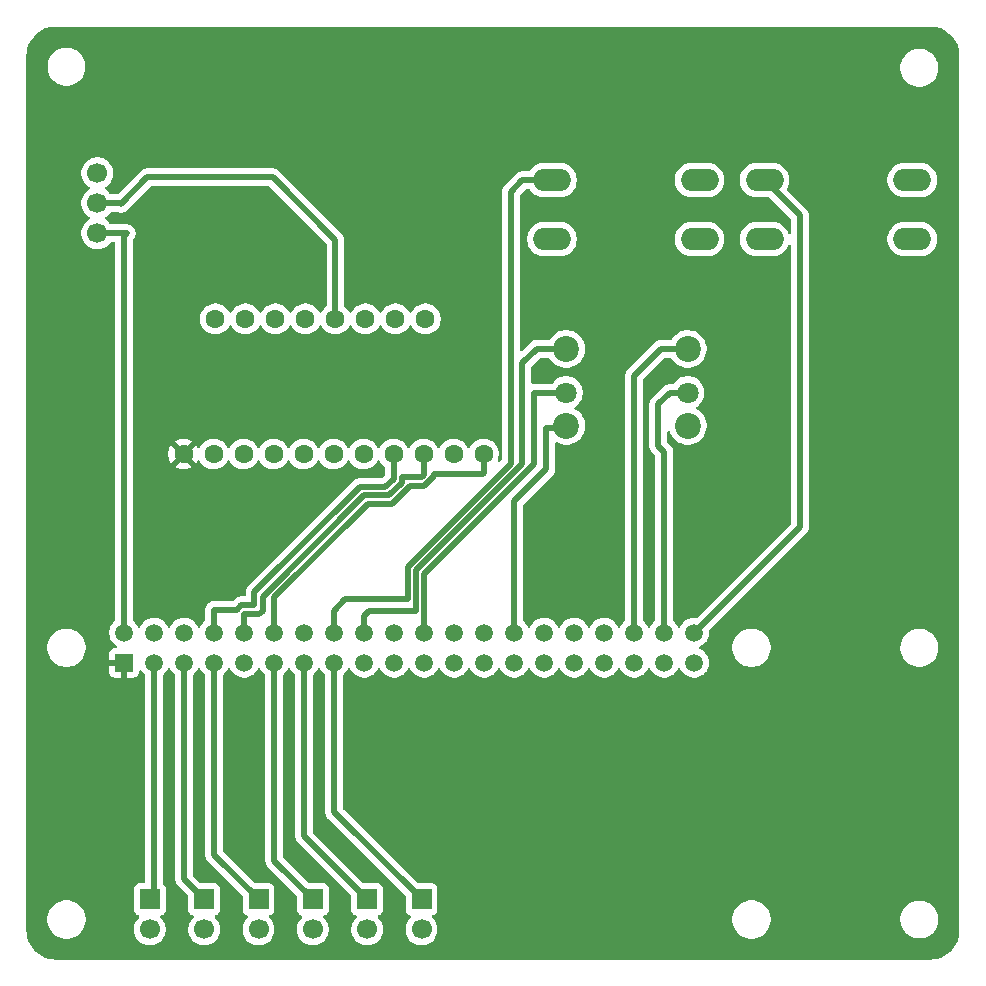
<source format=gtl>
G04 #@! TF.GenerationSoftware,KiCad,Pcbnew,9.0.1*
G04 #@! TF.CreationDate,2025-04-09T16:40:49+02:00*
G04 #@! TF.ProjectId,camera_base,63616d65-7261-45f6-9261-73652e6b6963,rev?*
G04 #@! TF.SameCoordinates,Original*
G04 #@! TF.FileFunction,Copper,L1,Top*
G04 #@! TF.FilePolarity,Positive*
%FSLAX46Y46*%
G04 Gerber Fmt 4.6, Leading zero omitted, Abs format (unit mm)*
G04 Created by KiCad (PCBNEW 9.0.1) date 2025-04-09 16:40:49*
%MOMM*%
%LPD*%
G01*
G04 APERTURE LIST*
G04 #@! TA.AperFunction,ComponentPad*
%ADD10R,1.508000X1.508000*%
G04 #@! TD*
G04 #@! TA.AperFunction,ComponentPad*
%ADD11C,1.508000*%
G04 #@! TD*
G04 #@! TA.AperFunction,ComponentPad*
%ADD12O,3.200000X1.900000*%
G04 #@! TD*
G04 #@! TA.AperFunction,ComponentPad*
%ADD13C,1.600000*%
G04 #@! TD*
G04 #@! TA.AperFunction,ComponentPad*
%ADD14C,1.700000*%
G04 #@! TD*
G04 #@! TA.AperFunction,ComponentPad*
%ADD15C,2.200000*%
G04 #@! TD*
G04 #@! TA.AperFunction,ComponentPad*
%ADD16C,1.800000*%
G04 #@! TD*
G04 #@! TA.AperFunction,ComponentPad*
%ADD17R,1.700000X1.700000*%
G04 #@! TD*
G04 #@! TA.AperFunction,Conductor*
%ADD18C,0.500000*%
G04 #@! TD*
G04 APERTURE END LIST*
D10*
X64770000Y-147370000D03*
D11*
X64770000Y-144830000D03*
X67310000Y-147370000D03*
X67310000Y-144830000D03*
X69850000Y-147370000D03*
X69850000Y-144830000D03*
X72390000Y-147370000D03*
X72390000Y-144830000D03*
X74930000Y-147370000D03*
X74930000Y-144830000D03*
X77470000Y-147370000D03*
X77470000Y-144830000D03*
X80010000Y-147370000D03*
X80010000Y-144830000D03*
X82550000Y-147370000D03*
X82550000Y-144830000D03*
X85090000Y-147370000D03*
X85090000Y-144830000D03*
X87630000Y-147370000D03*
X87630000Y-144830000D03*
X90170000Y-147370000D03*
X90170000Y-144830000D03*
X92710000Y-147370000D03*
X92710000Y-144830000D03*
X95250000Y-147370000D03*
X95250000Y-144830000D03*
X97790000Y-147370000D03*
X97790000Y-144830000D03*
X100330000Y-147370000D03*
X100330000Y-144830000D03*
X102870000Y-147370000D03*
X102870000Y-144830000D03*
X105410000Y-147370000D03*
X105410000Y-144830000D03*
X107950000Y-147370000D03*
X107950000Y-144830000D03*
X110490000Y-147370000D03*
X110490000Y-144830000D03*
X113030000Y-147370000D03*
X113030000Y-144830000D03*
D12*
X119000000Y-106500000D03*
X119000000Y-111500000D03*
X131500000Y-106500000D03*
X131500000Y-111500000D03*
D13*
X95200000Y-129700000D03*
X92660000Y-129700000D03*
X90120000Y-129700000D03*
X87580000Y-129700000D03*
X85040000Y-129700000D03*
X82500000Y-129700000D03*
X79960000Y-129700000D03*
X77420000Y-129700000D03*
X74880000Y-129700000D03*
X72340000Y-129700000D03*
X69800000Y-129700000D03*
D14*
X62500000Y-105920000D03*
X62500000Y-108460000D03*
X62500000Y-111000000D03*
D15*
X102200000Y-120800000D03*
D16*
X102200000Y-124500000D03*
D15*
X102200000Y-127300000D03*
X112500000Y-127300000D03*
D16*
X112500000Y-124500000D03*
D15*
X112500000Y-120800000D03*
D17*
X76150000Y-167400000D03*
D14*
X76150000Y-169940000D03*
D17*
X85350000Y-167400000D03*
D14*
X85350000Y-169940000D03*
D17*
X80750000Y-167400000D03*
D14*
X80750000Y-169940000D03*
D17*
X89950000Y-167400000D03*
D14*
X89950000Y-169940000D03*
D17*
X66950000Y-167400000D03*
D14*
X66950000Y-169940000D03*
D17*
X71550000Y-167400000D03*
D14*
X71550000Y-169940000D03*
D12*
X101000000Y-106500000D03*
X101000000Y-111500000D03*
X113500000Y-106500000D03*
X113500000Y-111500000D03*
D13*
X90280000Y-118250000D03*
X87740000Y-118250000D03*
X85200000Y-118250000D03*
X82660000Y-118250000D03*
X80120000Y-118250000D03*
X77580000Y-118250000D03*
X75040000Y-118250000D03*
X72500000Y-118250000D03*
D18*
X113030000Y-144830000D02*
X122000000Y-135860000D01*
X122000000Y-135860000D02*
X122000000Y-109500000D01*
X122000000Y-109500000D02*
X119000000Y-106500000D01*
X110000000Y-129000000D02*
X110000000Y-125500000D01*
X110490000Y-144830000D02*
X110490000Y-129490000D01*
X111000000Y-124500000D02*
X112500000Y-124500000D01*
X110490000Y-129490000D02*
X110000000Y-129000000D01*
X110000000Y-125500000D02*
X111000000Y-124500000D01*
X107950000Y-144830000D02*
X107950000Y-123050000D01*
X107950000Y-123050000D02*
X110200000Y-120800000D01*
X110200000Y-120800000D02*
X112500000Y-120800000D01*
X100500000Y-131000000D02*
X100500000Y-127500000D01*
X102000000Y-127500000D02*
X102200000Y-127300000D01*
X97790000Y-144830000D02*
X97790000Y-133710000D01*
X97790000Y-133710000D02*
X100500000Y-131000000D01*
X100500000Y-127500000D02*
X102000000Y-127500000D01*
X64770000Y-111230000D02*
X65000000Y-111000000D01*
X65000000Y-111000000D02*
X62500000Y-111000000D01*
X64770000Y-144830000D02*
X64770000Y-111230000D01*
X66750000Y-106250000D02*
X64500000Y-108500000D01*
X77350000Y-106250000D02*
X66750000Y-106250000D01*
X64500000Y-108500000D02*
X64460000Y-108460000D01*
X64460000Y-108460000D02*
X62500000Y-108460000D01*
X85090000Y-144830000D02*
X85090000Y-143410000D01*
X85090000Y-143410000D02*
X85500000Y-143000000D01*
X85500000Y-143000000D02*
X89469000Y-143000000D01*
X99700000Y-120800000D02*
X102200000Y-120800000D01*
X89469000Y-143000000D02*
X89469000Y-139531000D01*
X89469000Y-139531000D02*
X98500000Y-130500000D01*
X98500000Y-130500000D02*
X98500000Y-122000000D01*
X98500000Y-122000000D02*
X99700000Y-120800000D01*
X90170000Y-144830000D02*
X90170000Y-139830000D01*
X90170000Y-139830000D02*
X99500000Y-130500000D01*
X99500000Y-130500000D02*
X99500000Y-124500000D01*
X99500000Y-124500000D02*
X102200000Y-124500000D01*
X72390000Y-144830000D02*
X72390000Y-142910000D01*
X75799000Y-142500000D02*
X75799000Y-141421000D01*
X74308636Y-142900000D02*
X74708636Y-142500000D01*
X72400000Y-142900000D02*
X74308636Y-142900000D01*
X72390000Y-142910000D02*
X72400000Y-142900000D01*
X74708636Y-142500000D02*
X75799000Y-142500000D01*
X75799000Y-141421000D02*
X84720000Y-132500000D01*
X84720000Y-132500000D02*
X86900000Y-132500000D01*
X86900000Y-132500000D02*
X87580000Y-131820000D01*
X87580000Y-131820000D02*
X87580000Y-129700000D01*
X90120000Y-129700000D02*
X90120000Y-131480000D01*
X90120000Y-131480000D02*
X89981000Y-131619000D01*
X88281000Y-131619000D02*
X88281000Y-132110364D01*
X76230000Y-143270000D02*
X74930000Y-143270000D01*
X89981000Y-131619000D02*
X88281000Y-131619000D01*
X76500000Y-143000000D02*
X76230000Y-143270000D01*
X88281000Y-132110364D02*
X87190364Y-133201000D01*
X87190364Y-133201000D02*
X85099000Y-133201000D01*
X74930000Y-143270000D02*
X74930000Y-144830000D01*
X85099000Y-133201000D02*
X76500000Y-141800000D01*
X76500000Y-141800000D02*
X76500000Y-143000000D01*
X91000000Y-131400000D02*
X95100000Y-131400000D01*
X95100000Y-131400000D02*
X95200000Y-131300000D01*
X91000000Y-131400000D02*
X91000000Y-131591364D01*
X77470000Y-144830000D02*
X77470000Y-141830000D01*
X77470000Y-141830000D02*
X77500000Y-141800000D01*
X87480728Y-133902000D02*
X88982000Y-132400728D01*
X77500000Y-141800000D02*
X77500000Y-141791364D01*
X77500000Y-141791364D02*
X85389364Y-133902000D01*
X88982000Y-132400728D02*
X90190636Y-132400728D01*
X85389364Y-133902000D02*
X87480728Y-133902000D01*
X90190636Y-132400728D02*
X91000000Y-131591364D01*
X95200000Y-131300000D02*
X95200000Y-129700000D01*
X90170000Y-129750000D02*
X90120000Y-129700000D01*
X67310000Y-167040000D02*
X66950000Y-167400000D01*
X67310000Y-147370000D02*
X67310000Y-167040000D01*
X69850000Y-165700000D02*
X71550000Y-167400000D01*
X69850000Y-147370000D02*
X69850000Y-165700000D01*
X72390000Y-147370000D02*
X72390000Y-163640000D01*
X72390000Y-163640000D02*
X76150000Y-167400000D01*
X77470000Y-164120000D02*
X80750000Y-167400000D01*
X77470000Y-147370000D02*
X77470000Y-164120000D01*
X82550000Y-160000000D02*
X89950000Y-167400000D01*
X82550000Y-147370000D02*
X82550000Y-160000000D01*
X80010000Y-147370000D02*
X80010000Y-162060000D01*
X80010000Y-162060000D02*
X85350000Y-167400000D01*
X64750000Y-144810000D02*
X64770000Y-144830000D01*
X77350000Y-106250000D02*
X82660000Y-111560000D01*
X82660000Y-111560000D02*
X82660000Y-118250000D01*
X82550000Y-144830000D02*
X82550000Y-142950000D01*
X83500000Y-142000000D02*
X88768000Y-142000000D01*
X82550000Y-142950000D02*
X83500000Y-142000000D01*
X88768000Y-142000000D02*
X88768000Y-139232000D01*
X88768000Y-139232000D02*
X97500000Y-130500000D01*
X97500000Y-130500000D02*
X97500000Y-107500000D01*
X97500000Y-107500000D02*
X98500000Y-106500000D01*
X98500000Y-106500000D02*
X101000000Y-106500000D01*
G04 #@! TA.AperFunction,Conductor*
G36*
X133003736Y-93500726D02*
G01*
X133293796Y-93518271D01*
X133308659Y-93520076D01*
X133590798Y-93571780D01*
X133605335Y-93575363D01*
X133879172Y-93660695D01*
X133893163Y-93666000D01*
X134154743Y-93783727D01*
X134167989Y-93790680D01*
X134413465Y-93939075D01*
X134425776Y-93947573D01*
X134651573Y-94124473D01*
X134662781Y-94134403D01*
X134865596Y-94337218D01*
X134875526Y-94348426D01*
X134995481Y-94501538D01*
X135052422Y-94574217D01*
X135060928Y-94586540D01*
X135209316Y-94832004D01*
X135216275Y-94845263D01*
X135333997Y-95106831D01*
X135339306Y-95120832D01*
X135424635Y-95394663D01*
X135428219Y-95409201D01*
X135479923Y-95691340D01*
X135481728Y-95706205D01*
X135499274Y-95996263D01*
X135499500Y-96003750D01*
X135499500Y-169996249D01*
X135499274Y-170003736D01*
X135481728Y-170293794D01*
X135479923Y-170308659D01*
X135428219Y-170590798D01*
X135424635Y-170605336D01*
X135339306Y-170879167D01*
X135333997Y-170893168D01*
X135216275Y-171154736D01*
X135209316Y-171167995D01*
X135060928Y-171413459D01*
X135052422Y-171425782D01*
X134875526Y-171651573D01*
X134865596Y-171662781D01*
X134662781Y-171865596D01*
X134651573Y-171875526D01*
X134425782Y-172052422D01*
X134413459Y-172060928D01*
X134167995Y-172209316D01*
X134154736Y-172216275D01*
X133893168Y-172333997D01*
X133879167Y-172339306D01*
X133605336Y-172424635D01*
X133590798Y-172428219D01*
X133308659Y-172479923D01*
X133293794Y-172481728D01*
X133003736Y-172499274D01*
X132996249Y-172499500D01*
X59003751Y-172499500D01*
X58996264Y-172499274D01*
X58706205Y-172481728D01*
X58691340Y-172479923D01*
X58409201Y-172428219D01*
X58394663Y-172424635D01*
X58120832Y-172339306D01*
X58106831Y-172333997D01*
X57845263Y-172216275D01*
X57832004Y-172209316D01*
X57586540Y-172060928D01*
X57574217Y-172052422D01*
X57348426Y-171875526D01*
X57337218Y-171865596D01*
X57134403Y-171662781D01*
X57124473Y-171651573D01*
X56947573Y-171425776D01*
X56939075Y-171413465D01*
X56790680Y-171167989D01*
X56783727Y-171154743D01*
X56666000Y-170893163D01*
X56660693Y-170879167D01*
X56575364Y-170605336D01*
X56571780Y-170590798D01*
X56520076Y-170308659D01*
X56518271Y-170293794D01*
X56500726Y-170003736D01*
X56500500Y-169996249D01*
X56500500Y-168972070D01*
X58274500Y-168972070D01*
X58274500Y-169227929D01*
X58314526Y-169480640D01*
X58393588Y-169723972D01*
X58393589Y-169723975D01*
X58472533Y-169878910D01*
X58503072Y-169938845D01*
X58509750Y-169951950D01*
X58660132Y-170158935D01*
X58660136Y-170158940D01*
X58841059Y-170339863D01*
X58841064Y-170339867D01*
X59018619Y-170468867D01*
X59048053Y-170490252D01*
X59197080Y-170566185D01*
X59276024Y-170606410D01*
X59276027Y-170606411D01*
X59397693Y-170645942D01*
X59519361Y-170685474D01*
X59772070Y-170725500D01*
X59772071Y-170725500D01*
X60027929Y-170725500D01*
X60027930Y-170725500D01*
X60280639Y-170685474D01*
X60523975Y-170606410D01*
X60751947Y-170490252D01*
X60958942Y-170339862D01*
X61139862Y-170158942D01*
X61290252Y-169951947D01*
X61406410Y-169723975D01*
X61485474Y-169480639D01*
X61525500Y-169227930D01*
X61525500Y-168972070D01*
X61485474Y-168719361D01*
X61445942Y-168597693D01*
X61406411Y-168476027D01*
X61406410Y-168476024D01*
X61366185Y-168397080D01*
X61290252Y-168248053D01*
X61151699Y-168057350D01*
X61139867Y-168041064D01*
X61139863Y-168041059D01*
X60958940Y-167860136D01*
X60958935Y-167860132D01*
X60751950Y-167709750D01*
X60751949Y-167709749D01*
X60751947Y-167709748D01*
X60678910Y-167672533D01*
X60523975Y-167593589D01*
X60523972Y-167593588D01*
X60280640Y-167514526D01*
X60154284Y-167494513D01*
X60027930Y-167474500D01*
X59772070Y-167474500D01*
X59687833Y-167487842D01*
X59519359Y-167514526D01*
X59276027Y-167593588D01*
X59276024Y-167593589D01*
X59048049Y-167709750D01*
X58841064Y-167860132D01*
X58841059Y-167860136D01*
X58660136Y-168041059D01*
X58660132Y-168041064D01*
X58509750Y-168248049D01*
X58393589Y-168476024D01*
X58393588Y-168476027D01*
X58314526Y-168719359D01*
X58274500Y-168972070D01*
X56500500Y-168972070D01*
X56500500Y-145972070D01*
X58274500Y-145972070D01*
X58274500Y-146227929D01*
X58314526Y-146480640D01*
X58393588Y-146723972D01*
X58393589Y-146723975D01*
X58467994Y-146870000D01*
X58503072Y-146938845D01*
X58509750Y-146951950D01*
X58660132Y-147158935D01*
X58660136Y-147158940D01*
X58841059Y-147339863D01*
X58841064Y-147339867D01*
X59017866Y-147468320D01*
X59048053Y-147490252D01*
X59190815Y-147562993D01*
X59276024Y-147606410D01*
X59276027Y-147606411D01*
X59397693Y-147645942D01*
X59519361Y-147685474D01*
X59772070Y-147725500D01*
X59772071Y-147725500D01*
X60027929Y-147725500D01*
X60027930Y-147725500D01*
X60280639Y-147685474D01*
X60523975Y-147606410D01*
X60751947Y-147490252D01*
X60767539Y-147478923D01*
X60782135Y-147468320D01*
X60958935Y-147339867D01*
X60958933Y-147339867D01*
X60958942Y-147339862D01*
X61139862Y-147158942D01*
X61290252Y-146951947D01*
X61406410Y-146723975D01*
X61485474Y-146480639D01*
X61525500Y-146227930D01*
X61525500Y-145972070D01*
X61485474Y-145719361D01*
X61409528Y-145485621D01*
X61406411Y-145476027D01*
X61406410Y-145476024D01*
X61322611Y-145311561D01*
X61290252Y-145248053D01*
X61271038Y-145221607D01*
X61139867Y-145041064D01*
X61139863Y-145041059D01*
X60958940Y-144860136D01*
X60958935Y-144860132D01*
X60751950Y-144709750D01*
X60751949Y-144709749D01*
X60751947Y-144709748D01*
X60620720Y-144642884D01*
X60523975Y-144593589D01*
X60523972Y-144593588D01*
X60280640Y-144514526D01*
X60154284Y-144494513D01*
X60027930Y-144474500D01*
X59772070Y-144474500D01*
X59687833Y-144487842D01*
X59519359Y-144514526D01*
X59276027Y-144593588D01*
X59276024Y-144593589D01*
X59048049Y-144709750D01*
X58841064Y-144860132D01*
X58841059Y-144860136D01*
X58660136Y-145041059D01*
X58660132Y-145041064D01*
X58509750Y-145248049D01*
X58393589Y-145476024D01*
X58393588Y-145476027D01*
X58314526Y-145719359D01*
X58274500Y-145972070D01*
X56500500Y-145972070D01*
X56500500Y-105813713D01*
X61149500Y-105813713D01*
X61149500Y-106026287D01*
X61182754Y-106236243D01*
X61231362Y-106385843D01*
X61248444Y-106438414D01*
X61344951Y-106627820D01*
X61469890Y-106799786D01*
X61620213Y-106950109D01*
X61792182Y-107075050D01*
X61800946Y-107079516D01*
X61851742Y-107127491D01*
X61868536Y-107195312D01*
X61845998Y-107261447D01*
X61800946Y-107300484D01*
X61792182Y-107304949D01*
X61620213Y-107429890D01*
X61469890Y-107580213D01*
X61344951Y-107752179D01*
X61248444Y-107941585D01*
X61248443Y-107941587D01*
X61248443Y-107941588D01*
X61215598Y-108042672D01*
X61182753Y-108143760D01*
X61149500Y-108353713D01*
X61149500Y-108566287D01*
X61182754Y-108776243D01*
X61242778Y-108960978D01*
X61248444Y-108978414D01*
X61344951Y-109167820D01*
X61469890Y-109339786D01*
X61620213Y-109490109D01*
X61792182Y-109615050D01*
X61800946Y-109619516D01*
X61851742Y-109667491D01*
X61868536Y-109735312D01*
X61845998Y-109801447D01*
X61800946Y-109840484D01*
X61792182Y-109844949D01*
X61620213Y-109969890D01*
X61469890Y-110120213D01*
X61344951Y-110292179D01*
X61248444Y-110481585D01*
X61182753Y-110683760D01*
X61149500Y-110893713D01*
X61149500Y-111106287D01*
X61182754Y-111316243D01*
X61237938Y-111486082D01*
X61248444Y-111518414D01*
X61344951Y-111707820D01*
X61469890Y-111879786D01*
X61620213Y-112030109D01*
X61792179Y-112155048D01*
X61792181Y-112155049D01*
X61792184Y-112155051D01*
X61981588Y-112251557D01*
X62183757Y-112317246D01*
X62393713Y-112350500D01*
X62393714Y-112350500D01*
X62606286Y-112350500D01*
X62606287Y-112350500D01*
X62816243Y-112317246D01*
X63018412Y-112251557D01*
X63207816Y-112155051D01*
X63343044Y-112056803D01*
X63379786Y-112030109D01*
X63379788Y-112030106D01*
X63379792Y-112030104D01*
X63530104Y-111879792D01*
X63536588Y-111870868D01*
X63586903Y-111801615D01*
X63591234Y-111798274D01*
X63593508Y-111793297D01*
X63618610Y-111777164D01*
X63642233Y-111758949D01*
X63648904Y-111757696D01*
X63652286Y-111755523D01*
X63687221Y-111750500D01*
X63895500Y-111750500D01*
X63962539Y-111770185D01*
X64008294Y-111822989D01*
X64019500Y-111874500D01*
X64019500Y-143761441D01*
X63999815Y-143828480D01*
X63968385Y-143861759D01*
X63952754Y-143873115D01*
X63952749Y-143873119D01*
X63813115Y-144012753D01*
X63697058Y-144172495D01*
X63607408Y-144348441D01*
X63546389Y-144536236D01*
X63515500Y-144731263D01*
X63515500Y-144928736D01*
X63546389Y-145123763D01*
X63598298Y-145283521D01*
X63607409Y-145311561D01*
X63697056Y-145487501D01*
X63697058Y-145487504D01*
X63813115Y-145647246D01*
X63952753Y-145786884D01*
X64096997Y-145891682D01*
X64139663Y-145947011D01*
X64145642Y-146016625D01*
X64113037Y-146078420D01*
X64052198Y-146112777D01*
X64024112Y-146116000D01*
X63968155Y-146116000D01*
X63908627Y-146122401D01*
X63908620Y-146122403D01*
X63773913Y-146172645D01*
X63773906Y-146172649D01*
X63658812Y-146258809D01*
X63658809Y-146258812D01*
X63572649Y-146373906D01*
X63572645Y-146373913D01*
X63522403Y-146508620D01*
X63522401Y-146508627D01*
X63516000Y-146568155D01*
X63516000Y-147120000D01*
X64336988Y-147120000D01*
X64304075Y-147177007D01*
X64270000Y-147304174D01*
X64270000Y-147435826D01*
X64304075Y-147562993D01*
X64336988Y-147620000D01*
X63516000Y-147620000D01*
X63516000Y-148171844D01*
X63522401Y-148231372D01*
X63522403Y-148231379D01*
X63572645Y-148366086D01*
X63572649Y-148366093D01*
X63658809Y-148481187D01*
X63658812Y-148481190D01*
X63773906Y-148567350D01*
X63773913Y-148567354D01*
X63908620Y-148617596D01*
X63908627Y-148617598D01*
X63968155Y-148623999D01*
X63968172Y-148624000D01*
X64520000Y-148624000D01*
X64520000Y-147803012D01*
X64577007Y-147835925D01*
X64704174Y-147870000D01*
X64835826Y-147870000D01*
X64962993Y-147835925D01*
X65020000Y-147803012D01*
X65020000Y-148624000D01*
X65571828Y-148624000D01*
X65571844Y-148623999D01*
X65631372Y-148617598D01*
X65631379Y-148617596D01*
X65766086Y-148567354D01*
X65766093Y-148567350D01*
X65881187Y-148481190D01*
X65881190Y-148481187D01*
X65967350Y-148366093D01*
X65967354Y-148366086D01*
X66017596Y-148231379D01*
X66017598Y-148231372D01*
X66023999Y-148171844D01*
X66024000Y-148171827D01*
X66024000Y-148115887D01*
X66043685Y-148048848D01*
X66096489Y-148003093D01*
X66165647Y-147993149D01*
X66229203Y-148022174D01*
X66248314Y-148042997D01*
X66353121Y-148187252D01*
X66492748Y-148326879D01*
X66508382Y-148338237D01*
X66551049Y-148393564D01*
X66559500Y-148438557D01*
X66559500Y-165925500D01*
X66539815Y-165992539D01*
X66487011Y-166038294D01*
X66435500Y-166049500D01*
X66052129Y-166049500D01*
X66052123Y-166049501D01*
X65992516Y-166055908D01*
X65857671Y-166106202D01*
X65857664Y-166106206D01*
X65742455Y-166192452D01*
X65742452Y-166192455D01*
X65656206Y-166307664D01*
X65656202Y-166307671D01*
X65605908Y-166442517D01*
X65599501Y-166502116D01*
X65599501Y-166502123D01*
X65599500Y-166502135D01*
X65599500Y-168297870D01*
X65599501Y-168297876D01*
X65605908Y-168357483D01*
X65656202Y-168492328D01*
X65656206Y-168492335D01*
X65742452Y-168607544D01*
X65742455Y-168607547D01*
X65857664Y-168693793D01*
X65857671Y-168693797D01*
X65989082Y-168742810D01*
X66045016Y-168784681D01*
X66069433Y-168850145D01*
X66054582Y-168918418D01*
X66033431Y-168946673D01*
X65919889Y-169060215D01*
X65794951Y-169232179D01*
X65698444Y-169421585D01*
X65632753Y-169623760D01*
X65599500Y-169833713D01*
X65599500Y-170046286D01*
X65617342Y-170158940D01*
X65632754Y-170256243D01*
X65659925Y-170339867D01*
X65698444Y-170458414D01*
X65794951Y-170647820D01*
X65919890Y-170819786D01*
X66070213Y-170970109D01*
X66242179Y-171095048D01*
X66242181Y-171095049D01*
X66242184Y-171095051D01*
X66431588Y-171191557D01*
X66633757Y-171257246D01*
X66843713Y-171290500D01*
X66843714Y-171290500D01*
X67056286Y-171290500D01*
X67056287Y-171290500D01*
X67266243Y-171257246D01*
X67468412Y-171191557D01*
X67657816Y-171095051D01*
X67679789Y-171079086D01*
X67829786Y-170970109D01*
X67829788Y-170970106D01*
X67829792Y-170970104D01*
X67980104Y-170819792D01*
X67980106Y-170819788D01*
X67980109Y-170819786D01*
X68105048Y-170647820D01*
X68105047Y-170647820D01*
X68105051Y-170647816D01*
X68201557Y-170458412D01*
X68267246Y-170256243D01*
X68300500Y-170046287D01*
X68300500Y-169833713D01*
X68267246Y-169623757D01*
X68201557Y-169421588D01*
X68105051Y-169232184D01*
X68105049Y-169232181D01*
X68105048Y-169232179D01*
X67980109Y-169060213D01*
X67866569Y-168946673D01*
X67833084Y-168885350D01*
X67838068Y-168815658D01*
X67879940Y-168759725D01*
X67910915Y-168742810D01*
X68042331Y-168693796D01*
X68157546Y-168607546D01*
X68243796Y-168492331D01*
X68294091Y-168357483D01*
X68300500Y-168297873D01*
X68300499Y-166502128D01*
X68294091Y-166442517D01*
X68243796Y-166307669D01*
X68243795Y-166307668D01*
X68243793Y-166307664D01*
X68157548Y-166192457D01*
X68157546Y-166192454D01*
X68157542Y-166192451D01*
X68110188Y-166157001D01*
X68068318Y-166101067D01*
X68060500Y-166057735D01*
X68060500Y-148438557D01*
X68080185Y-148371518D01*
X68111616Y-148338238D01*
X68127252Y-148326879D01*
X68266879Y-148187252D01*
X68266881Y-148187248D01*
X68266884Y-148187246D01*
X68382941Y-148027505D01*
X68382942Y-148027504D01*
X68382944Y-148027501D01*
X68469517Y-147857593D01*
X68517490Y-147806800D01*
X68585311Y-147790005D01*
X68651446Y-147812542D01*
X68690482Y-147857593D01*
X68759553Y-147993149D01*
X68777058Y-148027505D01*
X68893115Y-148187246D01*
X68893121Y-148187252D01*
X69032748Y-148326879D01*
X69048382Y-148338237D01*
X69091049Y-148393564D01*
X69099500Y-148438557D01*
X69099500Y-165773918D01*
X69099500Y-165773920D01*
X69099499Y-165773920D01*
X69128340Y-165918907D01*
X69128342Y-165918913D01*
X69184916Y-166055495D01*
X69185141Y-166055831D01*
X69185170Y-166055924D01*
X69185193Y-166055909D01*
X69218798Y-166106204D01*
X69267051Y-166178420D01*
X69267052Y-166178421D01*
X70163181Y-167074549D01*
X70196666Y-167135872D01*
X70199500Y-167162230D01*
X70199500Y-168297870D01*
X70199501Y-168297876D01*
X70205908Y-168357483D01*
X70256202Y-168492328D01*
X70256206Y-168492335D01*
X70342452Y-168607544D01*
X70342455Y-168607547D01*
X70457664Y-168693793D01*
X70457671Y-168693797D01*
X70589082Y-168742810D01*
X70645016Y-168784681D01*
X70669433Y-168850145D01*
X70654582Y-168918418D01*
X70633431Y-168946673D01*
X70519889Y-169060215D01*
X70394951Y-169232179D01*
X70298444Y-169421585D01*
X70232753Y-169623760D01*
X70199500Y-169833713D01*
X70199500Y-170046286D01*
X70217342Y-170158940D01*
X70232754Y-170256243D01*
X70259925Y-170339867D01*
X70298444Y-170458414D01*
X70394951Y-170647820D01*
X70519890Y-170819786D01*
X70670213Y-170970109D01*
X70842179Y-171095048D01*
X70842181Y-171095049D01*
X70842184Y-171095051D01*
X71031588Y-171191557D01*
X71233757Y-171257246D01*
X71443713Y-171290500D01*
X71443714Y-171290500D01*
X71656286Y-171290500D01*
X71656287Y-171290500D01*
X71866243Y-171257246D01*
X72068412Y-171191557D01*
X72257816Y-171095051D01*
X72279789Y-171079086D01*
X72429786Y-170970109D01*
X72429788Y-170970106D01*
X72429792Y-170970104D01*
X72580104Y-170819792D01*
X72580106Y-170819788D01*
X72580109Y-170819786D01*
X72705048Y-170647820D01*
X72705047Y-170647820D01*
X72705051Y-170647816D01*
X72801557Y-170458412D01*
X72867246Y-170256243D01*
X72900500Y-170046287D01*
X72900500Y-169833713D01*
X72867246Y-169623757D01*
X72801557Y-169421588D01*
X72705051Y-169232184D01*
X72705049Y-169232181D01*
X72705048Y-169232179D01*
X72580109Y-169060213D01*
X72466569Y-168946673D01*
X72433084Y-168885350D01*
X72438068Y-168815658D01*
X72479940Y-168759725D01*
X72510915Y-168742810D01*
X72642331Y-168693796D01*
X72757546Y-168607546D01*
X72843796Y-168492331D01*
X72894091Y-168357483D01*
X72900500Y-168297873D01*
X72900499Y-166502128D01*
X72894091Y-166442517D01*
X72843796Y-166307669D01*
X72843795Y-166307668D01*
X72843793Y-166307664D01*
X72757547Y-166192455D01*
X72757544Y-166192452D01*
X72642335Y-166106206D01*
X72642328Y-166106202D01*
X72507482Y-166055908D01*
X72507483Y-166055908D01*
X72447883Y-166049501D01*
X72447881Y-166049500D01*
X72447873Y-166049500D01*
X72447865Y-166049500D01*
X71312230Y-166049500D01*
X71245191Y-166029815D01*
X71224549Y-166013181D01*
X70636819Y-165425451D01*
X70603334Y-165364128D01*
X70600500Y-165337770D01*
X70600500Y-148438557D01*
X70620185Y-148371518D01*
X70651616Y-148338238D01*
X70667252Y-148326879D01*
X70806879Y-148187252D01*
X70806881Y-148187248D01*
X70806884Y-148187246D01*
X70922941Y-148027505D01*
X70922942Y-148027504D01*
X70922944Y-148027501D01*
X71009517Y-147857593D01*
X71057490Y-147806800D01*
X71125311Y-147790005D01*
X71191446Y-147812542D01*
X71230482Y-147857593D01*
X71299553Y-147993149D01*
X71317058Y-148027505D01*
X71433115Y-148187246D01*
X71433121Y-148187252D01*
X71572748Y-148326879D01*
X71588382Y-148338237D01*
X71631049Y-148393564D01*
X71639500Y-148438557D01*
X71639500Y-163713918D01*
X71639500Y-163713920D01*
X71639499Y-163713920D01*
X71668340Y-163858907D01*
X71668343Y-163858917D01*
X71724914Y-163995492D01*
X71757812Y-164044727D01*
X71757813Y-164044730D01*
X71807046Y-164118414D01*
X71807052Y-164118421D01*
X74763181Y-167074549D01*
X74796666Y-167135872D01*
X74799500Y-167162230D01*
X74799500Y-168297870D01*
X74799501Y-168297876D01*
X74805908Y-168357483D01*
X74856202Y-168492328D01*
X74856206Y-168492335D01*
X74942452Y-168607544D01*
X74942455Y-168607547D01*
X75057664Y-168693793D01*
X75057671Y-168693797D01*
X75189082Y-168742810D01*
X75245016Y-168784681D01*
X75269433Y-168850145D01*
X75254582Y-168918418D01*
X75233431Y-168946673D01*
X75119889Y-169060215D01*
X74994951Y-169232179D01*
X74898444Y-169421585D01*
X74832753Y-169623760D01*
X74799500Y-169833713D01*
X74799500Y-170046286D01*
X74817342Y-170158940D01*
X74832754Y-170256243D01*
X74859925Y-170339867D01*
X74898444Y-170458414D01*
X74994951Y-170647820D01*
X75119890Y-170819786D01*
X75270213Y-170970109D01*
X75442179Y-171095048D01*
X75442181Y-171095049D01*
X75442184Y-171095051D01*
X75631588Y-171191557D01*
X75833757Y-171257246D01*
X76043713Y-171290500D01*
X76043714Y-171290500D01*
X76256286Y-171290500D01*
X76256287Y-171290500D01*
X76466243Y-171257246D01*
X76668412Y-171191557D01*
X76857816Y-171095051D01*
X76879789Y-171079086D01*
X77029786Y-170970109D01*
X77029788Y-170970106D01*
X77029792Y-170970104D01*
X77180104Y-170819792D01*
X77180106Y-170819788D01*
X77180109Y-170819786D01*
X77305048Y-170647820D01*
X77305047Y-170647820D01*
X77305051Y-170647816D01*
X77401557Y-170458412D01*
X77467246Y-170256243D01*
X77500500Y-170046287D01*
X77500500Y-169833713D01*
X77467246Y-169623757D01*
X77401557Y-169421588D01*
X77305051Y-169232184D01*
X77305049Y-169232181D01*
X77305048Y-169232179D01*
X77180109Y-169060213D01*
X77066569Y-168946673D01*
X77033084Y-168885350D01*
X77038068Y-168815658D01*
X77079940Y-168759725D01*
X77110915Y-168742810D01*
X77242331Y-168693796D01*
X77357546Y-168607546D01*
X77443796Y-168492331D01*
X77494091Y-168357483D01*
X77500500Y-168297873D01*
X77500499Y-166502128D01*
X77494091Y-166442517D01*
X77443796Y-166307669D01*
X77443795Y-166307668D01*
X77443793Y-166307664D01*
X77357547Y-166192455D01*
X77357544Y-166192452D01*
X77242335Y-166106206D01*
X77242328Y-166106202D01*
X77107482Y-166055908D01*
X77107483Y-166055908D01*
X77047883Y-166049501D01*
X77047881Y-166049500D01*
X77047873Y-166049500D01*
X77047865Y-166049500D01*
X75912230Y-166049500D01*
X75845191Y-166029815D01*
X75824549Y-166013181D01*
X73176819Y-163365451D01*
X73143334Y-163304128D01*
X73140500Y-163277770D01*
X73140500Y-148438557D01*
X73160185Y-148371518D01*
X73191616Y-148338238D01*
X73207252Y-148326879D01*
X73346879Y-148187252D01*
X73346881Y-148187248D01*
X73346884Y-148187246D01*
X73462941Y-148027505D01*
X73462942Y-148027504D01*
X73462944Y-148027501D01*
X73549517Y-147857593D01*
X73597490Y-147806800D01*
X73665311Y-147790005D01*
X73731446Y-147812542D01*
X73770482Y-147857593D01*
X73839553Y-147993149D01*
X73857058Y-148027505D01*
X73973115Y-148187246D01*
X74112753Y-148326884D01*
X74262234Y-148435486D01*
X74272499Y-148442944D01*
X74448439Y-148532591D01*
X74555417Y-148567350D01*
X74636236Y-148593610D01*
X74831264Y-148624500D01*
X74831269Y-148624500D01*
X75028736Y-148624500D01*
X75223763Y-148593610D01*
X75411561Y-148532591D01*
X75587501Y-148442944D01*
X75693288Y-148366086D01*
X75747246Y-148326884D01*
X75747248Y-148326881D01*
X75747252Y-148326879D01*
X75886879Y-148187252D01*
X75886881Y-148187248D01*
X75886884Y-148187246D01*
X76002941Y-148027505D01*
X76002942Y-148027504D01*
X76002944Y-148027501D01*
X76089517Y-147857593D01*
X76137490Y-147806800D01*
X76205311Y-147790005D01*
X76271446Y-147812542D01*
X76310482Y-147857593D01*
X76379553Y-147993149D01*
X76397058Y-148027505D01*
X76513115Y-148187246D01*
X76513121Y-148187252D01*
X76652748Y-148326879D01*
X76668382Y-148338237D01*
X76711049Y-148393564D01*
X76719500Y-148438557D01*
X76719500Y-164193918D01*
X76719500Y-164193920D01*
X76719499Y-164193920D01*
X76748340Y-164338907D01*
X76748343Y-164338917D01*
X76804914Y-164475492D01*
X76837812Y-164524727D01*
X76837813Y-164524730D01*
X76887046Y-164598414D01*
X76887052Y-164598421D01*
X79363181Y-167074548D01*
X79396666Y-167135871D01*
X79399500Y-167162229D01*
X79399500Y-168297870D01*
X79399501Y-168297876D01*
X79405908Y-168357483D01*
X79456202Y-168492328D01*
X79456206Y-168492335D01*
X79542452Y-168607544D01*
X79542455Y-168607547D01*
X79657664Y-168693793D01*
X79657671Y-168693797D01*
X79789082Y-168742810D01*
X79845016Y-168784681D01*
X79869433Y-168850145D01*
X79854582Y-168918418D01*
X79833431Y-168946673D01*
X79719889Y-169060215D01*
X79594951Y-169232179D01*
X79498444Y-169421585D01*
X79432753Y-169623760D01*
X79399500Y-169833713D01*
X79399500Y-170046286D01*
X79417342Y-170158940D01*
X79432754Y-170256243D01*
X79459925Y-170339867D01*
X79498444Y-170458414D01*
X79594951Y-170647820D01*
X79719890Y-170819786D01*
X79870213Y-170970109D01*
X80042179Y-171095048D01*
X80042181Y-171095049D01*
X80042184Y-171095051D01*
X80231588Y-171191557D01*
X80433757Y-171257246D01*
X80643713Y-171290500D01*
X80643714Y-171290500D01*
X80856286Y-171290500D01*
X80856287Y-171290500D01*
X81066243Y-171257246D01*
X81268412Y-171191557D01*
X81457816Y-171095051D01*
X81479789Y-171079086D01*
X81629786Y-170970109D01*
X81629788Y-170970106D01*
X81629792Y-170970104D01*
X81780104Y-170819792D01*
X81780106Y-170819788D01*
X81780109Y-170819786D01*
X81905048Y-170647820D01*
X81905047Y-170647820D01*
X81905051Y-170647816D01*
X82001557Y-170458412D01*
X82067246Y-170256243D01*
X82100500Y-170046287D01*
X82100500Y-169833713D01*
X82067246Y-169623757D01*
X82001557Y-169421588D01*
X81905051Y-169232184D01*
X81905049Y-169232181D01*
X81905048Y-169232179D01*
X81780109Y-169060213D01*
X81666569Y-168946673D01*
X81633084Y-168885350D01*
X81638068Y-168815658D01*
X81679940Y-168759725D01*
X81710915Y-168742810D01*
X81842331Y-168693796D01*
X81957546Y-168607546D01*
X82043796Y-168492331D01*
X82094091Y-168357483D01*
X82100500Y-168297873D01*
X82100499Y-166502128D01*
X82094091Y-166442517D01*
X82043796Y-166307669D01*
X82043795Y-166307668D01*
X82043793Y-166307664D01*
X81957547Y-166192455D01*
X81957544Y-166192452D01*
X81842335Y-166106206D01*
X81842328Y-166106202D01*
X81707482Y-166055908D01*
X81707483Y-166055908D01*
X81647883Y-166049501D01*
X81647881Y-166049500D01*
X81647873Y-166049500D01*
X81647865Y-166049500D01*
X80512229Y-166049500D01*
X80445190Y-166029815D01*
X80424548Y-166013181D01*
X78256819Y-163845451D01*
X78223334Y-163784128D01*
X78220500Y-163757770D01*
X78220500Y-148438557D01*
X78240185Y-148371518D01*
X78271616Y-148338238D01*
X78287252Y-148326879D01*
X78426879Y-148187252D01*
X78426881Y-148187248D01*
X78426884Y-148187246D01*
X78542941Y-148027505D01*
X78542942Y-148027504D01*
X78542944Y-148027501D01*
X78629517Y-147857593D01*
X78677490Y-147806800D01*
X78745311Y-147790005D01*
X78811446Y-147812542D01*
X78850482Y-147857593D01*
X78919553Y-147993149D01*
X78937058Y-148027505D01*
X79053115Y-148187246D01*
X79053121Y-148187252D01*
X79192748Y-148326879D01*
X79208382Y-148338237D01*
X79251049Y-148393564D01*
X79259500Y-148438557D01*
X79259500Y-162133918D01*
X79259500Y-162133920D01*
X79259499Y-162133920D01*
X79288340Y-162278907D01*
X79288343Y-162278917D01*
X79344914Y-162415492D01*
X79377812Y-162464727D01*
X79377813Y-162464730D01*
X79427046Y-162538414D01*
X79427052Y-162538421D01*
X83963181Y-167074548D01*
X83996666Y-167135871D01*
X83999500Y-167162229D01*
X83999500Y-168297870D01*
X83999501Y-168297876D01*
X84005908Y-168357483D01*
X84056202Y-168492328D01*
X84056206Y-168492335D01*
X84142452Y-168607544D01*
X84142455Y-168607547D01*
X84257664Y-168693793D01*
X84257671Y-168693797D01*
X84389082Y-168742810D01*
X84445016Y-168784681D01*
X84469433Y-168850145D01*
X84454582Y-168918418D01*
X84433431Y-168946673D01*
X84319889Y-169060215D01*
X84194951Y-169232179D01*
X84098444Y-169421585D01*
X84032753Y-169623760D01*
X83999500Y-169833713D01*
X83999500Y-170046286D01*
X84017342Y-170158940D01*
X84032754Y-170256243D01*
X84059925Y-170339867D01*
X84098444Y-170458414D01*
X84194951Y-170647820D01*
X84319890Y-170819786D01*
X84470213Y-170970109D01*
X84642179Y-171095048D01*
X84642181Y-171095049D01*
X84642184Y-171095051D01*
X84831588Y-171191557D01*
X85033757Y-171257246D01*
X85243713Y-171290500D01*
X85243714Y-171290500D01*
X85456286Y-171290500D01*
X85456287Y-171290500D01*
X85666243Y-171257246D01*
X85868412Y-171191557D01*
X86057816Y-171095051D01*
X86079789Y-171079086D01*
X86229786Y-170970109D01*
X86229788Y-170970106D01*
X86229792Y-170970104D01*
X86380104Y-170819792D01*
X86380106Y-170819788D01*
X86380109Y-170819786D01*
X86505048Y-170647820D01*
X86505047Y-170647820D01*
X86505051Y-170647816D01*
X86601557Y-170458412D01*
X86667246Y-170256243D01*
X86700500Y-170046287D01*
X86700500Y-169833713D01*
X86667246Y-169623757D01*
X86601557Y-169421588D01*
X86505051Y-169232184D01*
X86505049Y-169232181D01*
X86505048Y-169232179D01*
X86380109Y-169060213D01*
X86266569Y-168946673D01*
X86233084Y-168885350D01*
X86238068Y-168815658D01*
X86279940Y-168759725D01*
X86310915Y-168742810D01*
X86442331Y-168693796D01*
X86557546Y-168607546D01*
X86643796Y-168492331D01*
X86694091Y-168357483D01*
X86700500Y-168297873D01*
X86700499Y-166502128D01*
X86694091Y-166442517D01*
X86643796Y-166307669D01*
X86643795Y-166307668D01*
X86643793Y-166307664D01*
X86557547Y-166192455D01*
X86557544Y-166192452D01*
X86442335Y-166106206D01*
X86442328Y-166106202D01*
X86307482Y-166055908D01*
X86307483Y-166055908D01*
X86247883Y-166049501D01*
X86247881Y-166049500D01*
X86247873Y-166049500D01*
X86247865Y-166049500D01*
X85112229Y-166049500D01*
X85045190Y-166029815D01*
X85024548Y-166013181D01*
X80796819Y-161785451D01*
X80763334Y-161724128D01*
X80760500Y-161697770D01*
X80760500Y-148438557D01*
X80780185Y-148371518D01*
X80811616Y-148338238D01*
X80827252Y-148326879D01*
X80966879Y-148187252D01*
X80966881Y-148187248D01*
X80966884Y-148187246D01*
X81082941Y-148027505D01*
X81082942Y-148027504D01*
X81082944Y-148027501D01*
X81169517Y-147857593D01*
X81217490Y-147806800D01*
X81285311Y-147790005D01*
X81351446Y-147812542D01*
X81390482Y-147857593D01*
X81459553Y-147993149D01*
X81477058Y-148027505D01*
X81593115Y-148187246D01*
X81593121Y-148187252D01*
X81732748Y-148326879D01*
X81748382Y-148338237D01*
X81791049Y-148393564D01*
X81799500Y-148438557D01*
X81799500Y-160073918D01*
X81799500Y-160073920D01*
X81799499Y-160073920D01*
X81828340Y-160218907D01*
X81828343Y-160218917D01*
X81884914Y-160355492D01*
X81917812Y-160404727D01*
X81917813Y-160404730D01*
X81967046Y-160478414D01*
X81967052Y-160478421D01*
X88563181Y-167074548D01*
X88596666Y-167135871D01*
X88599500Y-167162229D01*
X88599500Y-168297870D01*
X88599501Y-168297876D01*
X88605908Y-168357483D01*
X88656202Y-168492328D01*
X88656206Y-168492335D01*
X88742452Y-168607544D01*
X88742455Y-168607547D01*
X88857664Y-168693793D01*
X88857671Y-168693797D01*
X88989082Y-168742810D01*
X89045016Y-168784681D01*
X89069433Y-168850145D01*
X89054582Y-168918418D01*
X89033431Y-168946673D01*
X88919889Y-169060215D01*
X88794951Y-169232179D01*
X88698444Y-169421585D01*
X88632753Y-169623760D01*
X88599500Y-169833713D01*
X88599500Y-170046286D01*
X88617342Y-170158940D01*
X88632754Y-170256243D01*
X88659925Y-170339867D01*
X88698444Y-170458414D01*
X88794951Y-170647820D01*
X88919890Y-170819786D01*
X89070213Y-170970109D01*
X89242179Y-171095048D01*
X89242181Y-171095049D01*
X89242184Y-171095051D01*
X89431588Y-171191557D01*
X89633757Y-171257246D01*
X89843713Y-171290500D01*
X89843714Y-171290500D01*
X90056286Y-171290500D01*
X90056287Y-171290500D01*
X90266243Y-171257246D01*
X90468412Y-171191557D01*
X90657816Y-171095051D01*
X90679789Y-171079086D01*
X90829786Y-170970109D01*
X90829788Y-170970106D01*
X90829792Y-170970104D01*
X90980104Y-170819792D01*
X90980106Y-170819788D01*
X90980109Y-170819786D01*
X91105048Y-170647820D01*
X91105047Y-170647820D01*
X91105051Y-170647816D01*
X91201557Y-170458412D01*
X91267246Y-170256243D01*
X91300500Y-170046287D01*
X91300500Y-169833713D01*
X91267246Y-169623757D01*
X91201557Y-169421588D01*
X91105051Y-169232184D01*
X91105049Y-169232181D01*
X91105048Y-169232179D01*
X90980109Y-169060213D01*
X90891966Y-168972070D01*
X116274500Y-168972070D01*
X116274500Y-169227929D01*
X116314526Y-169480640D01*
X116393588Y-169723972D01*
X116393589Y-169723975D01*
X116472533Y-169878910D01*
X116503072Y-169938845D01*
X116509750Y-169951950D01*
X116660132Y-170158935D01*
X116660136Y-170158940D01*
X116841059Y-170339863D01*
X116841064Y-170339867D01*
X117018619Y-170468867D01*
X117048053Y-170490252D01*
X117197080Y-170566185D01*
X117276024Y-170606410D01*
X117276027Y-170606411D01*
X117397693Y-170645942D01*
X117519361Y-170685474D01*
X117772070Y-170725500D01*
X117772071Y-170725500D01*
X118027929Y-170725500D01*
X118027930Y-170725500D01*
X118280639Y-170685474D01*
X118523975Y-170606410D01*
X118751947Y-170490252D01*
X118958942Y-170339862D01*
X119139862Y-170158942D01*
X119290252Y-169951947D01*
X119406410Y-169723975D01*
X119485474Y-169480639D01*
X119525500Y-169227930D01*
X119525500Y-168974038D01*
X130499500Y-168974038D01*
X130499500Y-169225962D01*
X130530484Y-169421585D01*
X130538910Y-169474785D01*
X130616760Y-169714383D01*
X130695413Y-169868747D01*
X130728716Y-169934108D01*
X130731132Y-169938848D01*
X130879201Y-170142649D01*
X130879205Y-170142654D01*
X131057345Y-170320794D01*
X131057350Y-170320798D01*
X131235117Y-170449952D01*
X131261155Y-170468870D01*
X131404184Y-170541747D01*
X131485616Y-170583239D01*
X131485618Y-170583239D01*
X131485621Y-170583241D01*
X131725215Y-170661090D01*
X131974038Y-170700500D01*
X131974039Y-170700500D01*
X132225961Y-170700500D01*
X132225962Y-170700500D01*
X132474785Y-170661090D01*
X132714379Y-170583241D01*
X132938845Y-170468870D01*
X133142656Y-170320793D01*
X133320793Y-170142656D01*
X133468870Y-169938845D01*
X133583241Y-169714379D01*
X133661090Y-169474785D01*
X133700500Y-169225962D01*
X133700500Y-168974038D01*
X133661090Y-168725215D01*
X133583241Y-168485621D01*
X133583239Y-168485618D01*
X133583239Y-168485616D01*
X133541747Y-168404184D01*
X133468870Y-168261155D01*
X133449952Y-168235117D01*
X133320798Y-168057350D01*
X133320794Y-168057345D01*
X133142654Y-167879205D01*
X133142649Y-167879201D01*
X132938848Y-167731132D01*
X132938847Y-167731131D01*
X132938845Y-167731130D01*
X132868747Y-167695413D01*
X132714383Y-167616760D01*
X132474785Y-167538910D01*
X132225962Y-167499500D01*
X131974038Y-167499500D01*
X131849626Y-167519205D01*
X131725214Y-167538910D01*
X131485616Y-167616760D01*
X131261151Y-167731132D01*
X131057350Y-167879201D01*
X131057345Y-167879205D01*
X130879205Y-168057345D01*
X130879201Y-168057350D01*
X130731132Y-168261151D01*
X130616760Y-168485616D01*
X130540812Y-168719361D01*
X130538910Y-168725215D01*
X130499500Y-168974038D01*
X119525500Y-168974038D01*
X119525500Y-168972070D01*
X119485474Y-168719361D01*
X119445942Y-168597693D01*
X119406411Y-168476027D01*
X119406410Y-168476024D01*
X119366185Y-168397080D01*
X119290252Y-168248053D01*
X119151699Y-168057350D01*
X119139867Y-168041064D01*
X119139863Y-168041059D01*
X118958940Y-167860136D01*
X118958935Y-167860132D01*
X118751950Y-167709750D01*
X118751949Y-167709749D01*
X118751947Y-167709748D01*
X118678910Y-167672533D01*
X118523975Y-167593589D01*
X118523972Y-167593588D01*
X118280640Y-167514526D01*
X118154284Y-167494513D01*
X118027930Y-167474500D01*
X117772070Y-167474500D01*
X117687833Y-167487842D01*
X117519359Y-167514526D01*
X117276027Y-167593588D01*
X117276024Y-167593589D01*
X117048049Y-167709750D01*
X116841064Y-167860132D01*
X116841059Y-167860136D01*
X116660136Y-168041059D01*
X116660132Y-168041064D01*
X116509750Y-168248049D01*
X116393589Y-168476024D01*
X116393588Y-168476027D01*
X116314526Y-168719359D01*
X116274500Y-168972070D01*
X90891966Y-168972070D01*
X90866569Y-168946673D01*
X90833084Y-168885350D01*
X90838068Y-168815658D01*
X90879940Y-168759725D01*
X90910915Y-168742810D01*
X91042331Y-168693796D01*
X91157546Y-168607546D01*
X91243796Y-168492331D01*
X91294091Y-168357483D01*
X91300500Y-168297873D01*
X91300499Y-166502128D01*
X91294091Y-166442517D01*
X91243796Y-166307669D01*
X91243795Y-166307668D01*
X91243793Y-166307664D01*
X91157547Y-166192455D01*
X91157544Y-166192452D01*
X91042335Y-166106206D01*
X91042328Y-166106202D01*
X90907482Y-166055908D01*
X90907483Y-166055908D01*
X90847883Y-166049501D01*
X90847881Y-166049500D01*
X90847873Y-166049500D01*
X90847865Y-166049500D01*
X89712229Y-166049500D01*
X89645190Y-166029815D01*
X89624548Y-166013181D01*
X83336819Y-159725451D01*
X83303334Y-159664128D01*
X83300500Y-159637770D01*
X83300500Y-148438557D01*
X83320185Y-148371518D01*
X83351616Y-148338238D01*
X83367252Y-148326879D01*
X83506879Y-148187252D01*
X83506881Y-148187248D01*
X83506884Y-148187246D01*
X83622941Y-148027505D01*
X83622942Y-148027504D01*
X83622944Y-148027501D01*
X83709517Y-147857593D01*
X83757490Y-147806800D01*
X83825311Y-147790005D01*
X83891446Y-147812542D01*
X83930482Y-147857593D01*
X83999553Y-147993149D01*
X84017058Y-148027505D01*
X84133115Y-148187246D01*
X84272753Y-148326884D01*
X84422234Y-148435486D01*
X84432499Y-148442944D01*
X84608439Y-148532591D01*
X84715417Y-148567350D01*
X84796236Y-148593610D01*
X84991264Y-148624500D01*
X84991269Y-148624500D01*
X85188736Y-148624500D01*
X85383763Y-148593610D01*
X85571561Y-148532591D01*
X85747501Y-148442944D01*
X85853288Y-148366086D01*
X85907246Y-148326884D01*
X85907248Y-148326881D01*
X85907252Y-148326879D01*
X86046879Y-148187252D01*
X86046881Y-148187248D01*
X86046884Y-148187246D01*
X86162941Y-148027505D01*
X86162942Y-148027504D01*
X86162944Y-148027501D01*
X86249517Y-147857593D01*
X86297490Y-147806800D01*
X86365311Y-147790005D01*
X86431446Y-147812542D01*
X86470482Y-147857593D01*
X86539553Y-147993149D01*
X86557058Y-148027505D01*
X86673115Y-148187246D01*
X86812753Y-148326884D01*
X86962234Y-148435486D01*
X86972499Y-148442944D01*
X87148439Y-148532591D01*
X87255417Y-148567350D01*
X87336236Y-148593610D01*
X87531264Y-148624500D01*
X87531269Y-148624500D01*
X87728736Y-148624500D01*
X87923763Y-148593610D01*
X88111561Y-148532591D01*
X88287501Y-148442944D01*
X88393288Y-148366086D01*
X88447246Y-148326884D01*
X88447248Y-148326881D01*
X88447252Y-148326879D01*
X88586879Y-148187252D01*
X88586881Y-148187248D01*
X88586884Y-148187246D01*
X88702941Y-148027505D01*
X88702942Y-148027504D01*
X88702944Y-148027501D01*
X88789517Y-147857593D01*
X88837490Y-147806800D01*
X88905311Y-147790005D01*
X88971446Y-147812542D01*
X89010482Y-147857593D01*
X89079553Y-147993149D01*
X89097058Y-148027505D01*
X89213115Y-148187246D01*
X89352753Y-148326884D01*
X89502234Y-148435486D01*
X89512499Y-148442944D01*
X89688439Y-148532591D01*
X89795417Y-148567350D01*
X89876236Y-148593610D01*
X90071264Y-148624500D01*
X90071269Y-148624500D01*
X90268736Y-148624500D01*
X90463763Y-148593610D01*
X90651561Y-148532591D01*
X90827501Y-148442944D01*
X90933288Y-148366086D01*
X90987246Y-148326884D01*
X90987248Y-148326881D01*
X90987252Y-148326879D01*
X91126879Y-148187252D01*
X91126881Y-148187248D01*
X91126884Y-148187246D01*
X91242941Y-148027505D01*
X91242942Y-148027504D01*
X91242944Y-148027501D01*
X91329517Y-147857593D01*
X91377490Y-147806800D01*
X91445311Y-147790005D01*
X91511446Y-147812542D01*
X91550482Y-147857593D01*
X91619553Y-147993149D01*
X91637058Y-148027505D01*
X91753115Y-148187246D01*
X91892753Y-148326884D01*
X92042234Y-148435486D01*
X92052499Y-148442944D01*
X92228439Y-148532591D01*
X92335417Y-148567350D01*
X92416236Y-148593610D01*
X92611264Y-148624500D01*
X92611269Y-148624500D01*
X92808736Y-148624500D01*
X93003763Y-148593610D01*
X93191561Y-148532591D01*
X93367501Y-148442944D01*
X93473288Y-148366086D01*
X93527246Y-148326884D01*
X93527248Y-148326881D01*
X93527252Y-148326879D01*
X93666879Y-148187252D01*
X93666881Y-148187248D01*
X93666884Y-148187246D01*
X93782941Y-148027505D01*
X93782942Y-148027504D01*
X93782944Y-148027501D01*
X93869517Y-147857593D01*
X93917490Y-147806800D01*
X93985311Y-147790005D01*
X94051446Y-147812542D01*
X94090482Y-147857593D01*
X94159553Y-147993149D01*
X94177058Y-148027505D01*
X94293115Y-148187246D01*
X94432753Y-148326884D01*
X94582234Y-148435486D01*
X94592499Y-148442944D01*
X94768439Y-148532591D01*
X94875417Y-148567350D01*
X94956236Y-148593610D01*
X95151264Y-148624500D01*
X95151269Y-148624500D01*
X95348736Y-148624500D01*
X95543763Y-148593610D01*
X95731561Y-148532591D01*
X95907501Y-148442944D01*
X96013288Y-148366086D01*
X96067246Y-148326884D01*
X96067248Y-148326881D01*
X96067252Y-148326879D01*
X96206879Y-148187252D01*
X96206881Y-148187248D01*
X96206884Y-148187246D01*
X96322941Y-148027505D01*
X96322942Y-148027504D01*
X96322944Y-148027501D01*
X96409517Y-147857593D01*
X96457490Y-147806800D01*
X96525311Y-147790005D01*
X96591446Y-147812542D01*
X96630482Y-147857593D01*
X96699553Y-147993149D01*
X96717058Y-148027505D01*
X96833115Y-148187246D01*
X96972753Y-148326884D01*
X97122234Y-148435486D01*
X97132499Y-148442944D01*
X97308439Y-148532591D01*
X97415417Y-148567350D01*
X97496236Y-148593610D01*
X97691264Y-148624500D01*
X97691269Y-148624500D01*
X97888736Y-148624500D01*
X98083763Y-148593610D01*
X98271561Y-148532591D01*
X98447501Y-148442944D01*
X98553288Y-148366086D01*
X98607246Y-148326884D01*
X98607248Y-148326881D01*
X98607252Y-148326879D01*
X98746879Y-148187252D01*
X98746881Y-148187248D01*
X98746884Y-148187246D01*
X98862941Y-148027505D01*
X98862942Y-148027504D01*
X98862944Y-148027501D01*
X98949517Y-147857593D01*
X98997490Y-147806800D01*
X99065311Y-147790005D01*
X99131446Y-147812542D01*
X99170482Y-147857593D01*
X99239553Y-147993149D01*
X99257058Y-148027505D01*
X99373115Y-148187246D01*
X99512753Y-148326884D01*
X99662234Y-148435486D01*
X99672499Y-148442944D01*
X99848439Y-148532591D01*
X99955417Y-148567350D01*
X100036236Y-148593610D01*
X100231264Y-148624500D01*
X100231269Y-148624500D01*
X100428736Y-148624500D01*
X100623763Y-148593610D01*
X100811561Y-148532591D01*
X100987501Y-148442944D01*
X101093288Y-148366086D01*
X101147246Y-148326884D01*
X101147248Y-148326881D01*
X101147252Y-148326879D01*
X101286879Y-148187252D01*
X101286881Y-148187248D01*
X101286884Y-148187246D01*
X101402941Y-148027505D01*
X101402942Y-148027504D01*
X101402944Y-148027501D01*
X101489517Y-147857593D01*
X101537490Y-147806800D01*
X101605311Y-147790005D01*
X101671446Y-147812542D01*
X101710482Y-147857593D01*
X101779553Y-147993149D01*
X101797058Y-148027505D01*
X101913115Y-148187246D01*
X102052753Y-148326884D01*
X102202234Y-148435486D01*
X102212499Y-148442944D01*
X102388439Y-148532591D01*
X102495417Y-148567350D01*
X102576236Y-148593610D01*
X102771264Y-148624500D01*
X102771269Y-148624500D01*
X102968736Y-148624500D01*
X103163763Y-148593610D01*
X103351561Y-148532591D01*
X103527501Y-148442944D01*
X103633288Y-148366086D01*
X103687246Y-148326884D01*
X103687248Y-148326881D01*
X103687252Y-148326879D01*
X103826879Y-148187252D01*
X103826881Y-148187248D01*
X103826884Y-148187246D01*
X103942941Y-148027505D01*
X103942942Y-148027504D01*
X103942944Y-148027501D01*
X104029517Y-147857593D01*
X104077490Y-147806800D01*
X104145311Y-147790005D01*
X104211446Y-147812542D01*
X104250482Y-147857593D01*
X104319553Y-147993149D01*
X104337058Y-148027505D01*
X104453115Y-148187246D01*
X104592753Y-148326884D01*
X104742234Y-148435486D01*
X104752499Y-148442944D01*
X104928439Y-148532591D01*
X105035417Y-148567350D01*
X105116236Y-148593610D01*
X105311264Y-148624500D01*
X105311269Y-148624500D01*
X105508736Y-148624500D01*
X105703763Y-148593610D01*
X105891561Y-148532591D01*
X106067501Y-148442944D01*
X106173288Y-148366086D01*
X106227246Y-148326884D01*
X106227248Y-148326881D01*
X106227252Y-148326879D01*
X106366879Y-148187252D01*
X106366881Y-148187248D01*
X106366884Y-148187246D01*
X106482941Y-148027505D01*
X106482942Y-148027504D01*
X106482944Y-148027501D01*
X106569517Y-147857593D01*
X106617490Y-147806800D01*
X106685311Y-147790005D01*
X106751446Y-147812542D01*
X106790482Y-147857593D01*
X106859553Y-147993149D01*
X106877058Y-148027505D01*
X106993115Y-148187246D01*
X107132753Y-148326884D01*
X107282234Y-148435486D01*
X107292499Y-148442944D01*
X107468439Y-148532591D01*
X107575417Y-148567350D01*
X107656236Y-148593610D01*
X107851264Y-148624500D01*
X107851269Y-148624500D01*
X108048736Y-148624500D01*
X108243763Y-148593610D01*
X108431561Y-148532591D01*
X108607501Y-148442944D01*
X108713288Y-148366086D01*
X108767246Y-148326884D01*
X108767248Y-148326881D01*
X108767252Y-148326879D01*
X108906879Y-148187252D01*
X108906881Y-148187248D01*
X108906884Y-148187246D01*
X109022941Y-148027505D01*
X109022942Y-148027504D01*
X109022944Y-148027501D01*
X109109517Y-147857593D01*
X109157490Y-147806800D01*
X109225311Y-147790005D01*
X109291446Y-147812542D01*
X109330482Y-147857593D01*
X109399553Y-147993149D01*
X109417058Y-148027505D01*
X109533115Y-148187246D01*
X109672753Y-148326884D01*
X109822234Y-148435486D01*
X109832499Y-148442944D01*
X110008439Y-148532591D01*
X110115417Y-148567350D01*
X110196236Y-148593610D01*
X110391264Y-148624500D01*
X110391269Y-148624500D01*
X110588736Y-148624500D01*
X110783763Y-148593610D01*
X110971561Y-148532591D01*
X111147501Y-148442944D01*
X111253288Y-148366086D01*
X111307246Y-148326884D01*
X111307248Y-148326881D01*
X111307252Y-148326879D01*
X111446879Y-148187252D01*
X111446881Y-148187248D01*
X111446884Y-148187246D01*
X111562941Y-148027505D01*
X111562942Y-148027504D01*
X111562944Y-148027501D01*
X111649517Y-147857593D01*
X111697490Y-147806800D01*
X111765311Y-147790005D01*
X111831446Y-147812542D01*
X111870482Y-147857593D01*
X111939553Y-147993149D01*
X111957058Y-148027505D01*
X112073115Y-148187246D01*
X112212753Y-148326884D01*
X112362234Y-148435486D01*
X112372499Y-148442944D01*
X112548439Y-148532591D01*
X112655417Y-148567350D01*
X112736236Y-148593610D01*
X112931264Y-148624500D01*
X112931269Y-148624500D01*
X113128736Y-148624500D01*
X113323763Y-148593610D01*
X113511561Y-148532591D01*
X113687501Y-148442944D01*
X113793288Y-148366086D01*
X113847246Y-148326884D01*
X113847248Y-148326881D01*
X113847252Y-148326879D01*
X113986879Y-148187252D01*
X113986881Y-148187248D01*
X113986884Y-148187246D01*
X114038728Y-148115887D01*
X114102944Y-148027501D01*
X114192591Y-147851561D01*
X114253610Y-147663763D01*
X114254034Y-147661089D01*
X114284500Y-147468736D01*
X114284500Y-147271263D01*
X114253610Y-147076236D01*
X114212591Y-146949994D01*
X114192591Y-146888439D01*
X114102944Y-146712499D01*
X114091681Y-146696997D01*
X113986884Y-146552753D01*
X113847246Y-146413115D01*
X113687505Y-146297058D01*
X113681119Y-146293804D01*
X113517593Y-146210482D01*
X113466800Y-146162510D01*
X113450005Y-146094689D01*
X113472542Y-146028554D01*
X113517593Y-145989517D01*
X113551834Y-145972070D01*
X116274500Y-145972070D01*
X116274500Y-146227929D01*
X116314526Y-146480640D01*
X116393588Y-146723972D01*
X116393589Y-146723975D01*
X116467994Y-146870000D01*
X116503072Y-146938845D01*
X116509750Y-146951950D01*
X116660132Y-147158935D01*
X116660136Y-147158940D01*
X116841059Y-147339863D01*
X116841064Y-147339867D01*
X117017866Y-147468320D01*
X117048053Y-147490252D01*
X117190815Y-147562993D01*
X117276024Y-147606410D01*
X117276027Y-147606411D01*
X117397693Y-147645942D01*
X117519361Y-147685474D01*
X117772070Y-147725500D01*
X117772071Y-147725500D01*
X118027929Y-147725500D01*
X118027930Y-147725500D01*
X118280639Y-147685474D01*
X118523975Y-147606410D01*
X118751947Y-147490252D01*
X118958942Y-147339862D01*
X119139862Y-147158942D01*
X119290252Y-146951947D01*
X119406410Y-146723975D01*
X119485474Y-146480639D01*
X119525500Y-146227930D01*
X119525500Y-145974038D01*
X130499500Y-145974038D01*
X130499500Y-146225962D01*
X130504703Y-146258812D01*
X130538910Y-146474785D01*
X130616760Y-146714383D01*
X130695413Y-146868747D01*
X130728253Y-146933199D01*
X130731132Y-146938848D01*
X130879201Y-147142649D01*
X130879205Y-147142654D01*
X131057345Y-147320794D01*
X131057350Y-147320798D01*
X131152166Y-147389685D01*
X131261155Y-147468870D01*
X131404184Y-147541747D01*
X131485616Y-147583239D01*
X131485618Y-147583239D01*
X131485621Y-147583241D01*
X131725215Y-147661090D01*
X131974038Y-147700500D01*
X131974039Y-147700500D01*
X132225961Y-147700500D01*
X132225962Y-147700500D01*
X132474785Y-147661090D01*
X132714379Y-147583241D01*
X132938845Y-147468870D01*
X133142656Y-147320793D01*
X133320793Y-147142656D01*
X133468870Y-146938845D01*
X133583241Y-146714379D01*
X133661090Y-146474785D01*
X133700500Y-146225962D01*
X133700500Y-145974038D01*
X133661090Y-145725215D01*
X133583241Y-145485621D01*
X133583239Y-145485618D01*
X133583239Y-145485616D01*
X133497628Y-145317596D01*
X133468870Y-145261155D01*
X133449952Y-145235117D01*
X133320798Y-145057350D01*
X133320794Y-145057345D01*
X133142654Y-144879205D01*
X133142649Y-144879201D01*
X132938848Y-144731132D01*
X132938847Y-144731131D01*
X132938845Y-144731130D01*
X132868747Y-144695413D01*
X132714383Y-144616760D01*
X132474785Y-144538910D01*
X132457902Y-144536236D01*
X132225962Y-144499500D01*
X131974038Y-144499500D01*
X131849626Y-144519205D01*
X131725214Y-144538910D01*
X131485616Y-144616760D01*
X131261151Y-144731132D01*
X131057350Y-144879201D01*
X131057345Y-144879205D01*
X130879205Y-145057345D01*
X130879201Y-145057350D01*
X130731132Y-145261151D01*
X130616760Y-145485616D01*
X130538910Y-145725214D01*
X130516472Y-145866879D01*
X130499500Y-145974038D01*
X119525500Y-145974038D01*
X119525500Y-145972070D01*
X119485474Y-145719361D01*
X119409528Y-145485621D01*
X119406411Y-145476027D01*
X119406410Y-145476024D01*
X119322611Y-145311561D01*
X119290252Y-145248053D01*
X119271038Y-145221607D01*
X119139867Y-145041064D01*
X119139863Y-145041059D01*
X118958940Y-144860136D01*
X118958935Y-144860132D01*
X118751950Y-144709750D01*
X118751949Y-144709749D01*
X118751947Y-144709748D01*
X118620720Y-144642884D01*
X118523975Y-144593589D01*
X118523972Y-144593588D01*
X118280640Y-144514526D01*
X118154284Y-144494513D01*
X118027930Y-144474500D01*
X117772070Y-144474500D01*
X117687833Y-144487842D01*
X117519359Y-144514526D01*
X117276027Y-144593588D01*
X117276024Y-144593589D01*
X117048049Y-144709750D01*
X116841064Y-144860132D01*
X116841059Y-144860136D01*
X116660136Y-145041059D01*
X116660132Y-145041064D01*
X116509750Y-145248049D01*
X116393589Y-145476024D01*
X116393588Y-145476027D01*
X116314526Y-145719359D01*
X116274500Y-145972070D01*
X113551834Y-145972070D01*
X113687501Y-145902944D01*
X113847252Y-145786879D01*
X113986879Y-145647252D01*
X113986881Y-145647248D01*
X113986884Y-145647246D01*
X114037779Y-145577192D01*
X114102944Y-145487501D01*
X114192591Y-145311561D01*
X114253610Y-145123763D01*
X114264130Y-145057344D01*
X114284500Y-144928736D01*
X114284500Y-144731270D01*
X114281476Y-144712178D01*
X114290430Y-144642884D01*
X114316265Y-144605101D01*
X122582952Y-136338415D01*
X122610205Y-136297627D01*
X122665084Y-136215495D01*
X122688518Y-136158920D01*
X122721659Y-136078912D01*
X122750500Y-135933917D01*
X122750500Y-135786082D01*
X122750500Y-111385837D01*
X129399500Y-111385837D01*
X129399500Y-111614162D01*
X129435215Y-111839660D01*
X129505770Y-112056803D01*
X129605002Y-112251555D01*
X129609421Y-112260228D01*
X129743621Y-112444937D01*
X129905063Y-112606379D01*
X130089772Y-112740579D01*
X130185884Y-112789550D01*
X130293196Y-112844229D01*
X130293198Y-112844229D01*
X130293201Y-112844231D01*
X130409592Y-112882049D01*
X130510339Y-112914784D01*
X130735838Y-112950500D01*
X130735843Y-112950500D01*
X132264162Y-112950500D01*
X132489660Y-112914784D01*
X132706799Y-112844231D01*
X132910228Y-112740579D01*
X133094937Y-112606379D01*
X133256379Y-112444937D01*
X133390579Y-112260228D01*
X133494231Y-112056799D01*
X133564784Y-111839660D01*
X133600500Y-111614162D01*
X133600500Y-111385837D01*
X133564784Y-111160339D01*
X133507569Y-110984252D01*
X133494231Y-110943201D01*
X133494229Y-110943198D01*
X133494229Y-110943196D01*
X133439550Y-110835884D01*
X133390579Y-110739772D01*
X133256379Y-110555063D01*
X133094937Y-110393621D01*
X132910228Y-110259421D01*
X132852123Y-110229815D01*
X132706803Y-110155770D01*
X132489660Y-110085215D01*
X132264162Y-110049500D01*
X132264157Y-110049500D01*
X130735843Y-110049500D01*
X130735838Y-110049500D01*
X130510339Y-110085215D01*
X130293196Y-110155770D01*
X130089771Y-110259421D01*
X129905061Y-110393622D01*
X129743622Y-110555061D01*
X129609421Y-110739771D01*
X129505770Y-110943196D01*
X129435215Y-111160339D01*
X129399500Y-111385837D01*
X122750500Y-111385837D01*
X122750500Y-109426082D01*
X122734696Y-109346632D01*
X122721659Y-109281088D01*
X122680473Y-109181658D01*
X122665084Y-109144505D01*
X122582951Y-109021584D01*
X122478416Y-108917049D01*
X120930998Y-107369630D01*
X120897513Y-107308307D01*
X120902497Y-107238615D01*
X120908195Y-107225654D01*
X120994227Y-107056808D01*
X120994229Y-107056803D01*
X120994231Y-107056799D01*
X121064784Y-106839660D01*
X121100500Y-106614162D01*
X121100500Y-106385837D01*
X129399500Y-106385837D01*
X129399500Y-106614162D01*
X129435215Y-106839660D01*
X129505770Y-107056803D01*
X129605908Y-107253334D01*
X129609421Y-107260228D01*
X129743621Y-107444937D01*
X129905063Y-107606379D01*
X130089772Y-107740579D01*
X130156440Y-107774548D01*
X130293196Y-107844229D01*
X130293198Y-107844229D01*
X130293201Y-107844231D01*
X130409592Y-107882049D01*
X130510339Y-107914784D01*
X130735838Y-107950500D01*
X130735843Y-107950500D01*
X132264162Y-107950500D01*
X132489660Y-107914784D01*
X132706799Y-107844231D01*
X132910228Y-107740579D01*
X133094937Y-107606379D01*
X133256379Y-107444937D01*
X133390579Y-107260228D01*
X133494231Y-107056799D01*
X133564784Y-106839660D01*
X133600500Y-106614162D01*
X133600500Y-106385837D01*
X133564784Y-106160339D01*
X133494229Y-105943196D01*
X133398458Y-105755236D01*
X133390579Y-105739772D01*
X133256379Y-105555063D01*
X133094937Y-105393621D01*
X132910228Y-105259421D01*
X132706803Y-105155770D01*
X132489660Y-105085215D01*
X132264162Y-105049500D01*
X132264157Y-105049500D01*
X130735843Y-105049500D01*
X130735838Y-105049500D01*
X130510339Y-105085215D01*
X130293196Y-105155770D01*
X130089771Y-105259421D01*
X129905061Y-105393622D01*
X129743622Y-105555061D01*
X129609421Y-105739771D01*
X129505770Y-105943196D01*
X129435215Y-106160339D01*
X129399500Y-106385837D01*
X121100500Y-106385837D01*
X121064784Y-106160339D01*
X120994229Y-105943196D01*
X120898458Y-105755236D01*
X120890579Y-105739772D01*
X120756379Y-105555063D01*
X120594937Y-105393621D01*
X120410228Y-105259421D01*
X120206803Y-105155770D01*
X119989660Y-105085215D01*
X119764162Y-105049500D01*
X119764157Y-105049500D01*
X118235843Y-105049500D01*
X118235838Y-105049500D01*
X118010339Y-105085215D01*
X117793196Y-105155770D01*
X117589771Y-105259421D01*
X117405061Y-105393622D01*
X117243622Y-105555061D01*
X117109421Y-105739771D01*
X117005770Y-105943196D01*
X116935215Y-106160339D01*
X116899500Y-106385837D01*
X116899500Y-106614162D01*
X116935215Y-106839660D01*
X117005770Y-107056803D01*
X117105908Y-107253334D01*
X117109421Y-107260228D01*
X117243621Y-107444937D01*
X117405063Y-107606379D01*
X117589772Y-107740579D01*
X117656440Y-107774548D01*
X117793196Y-107844229D01*
X117793198Y-107844229D01*
X117793201Y-107844231D01*
X117909592Y-107882049D01*
X118010339Y-107914784D01*
X118235838Y-107950500D01*
X118235843Y-107950500D01*
X119337770Y-107950500D01*
X119404809Y-107970185D01*
X119425451Y-107986819D01*
X121213181Y-109774548D01*
X121246666Y-109835871D01*
X121249500Y-109862229D01*
X121249500Y-110945933D01*
X121229815Y-111012972D01*
X121177011Y-111058727D01*
X121107853Y-111068671D01*
X121044297Y-111039646D01*
X121007569Y-110984252D01*
X120994231Y-110943201D01*
X120994229Y-110943198D01*
X120994229Y-110943196D01*
X120939550Y-110835884D01*
X120890579Y-110739772D01*
X120756379Y-110555063D01*
X120594937Y-110393621D01*
X120410228Y-110259421D01*
X120352123Y-110229815D01*
X120206803Y-110155770D01*
X119989660Y-110085215D01*
X119764162Y-110049500D01*
X119764157Y-110049500D01*
X118235843Y-110049500D01*
X118235838Y-110049500D01*
X118010339Y-110085215D01*
X117793196Y-110155770D01*
X117589771Y-110259421D01*
X117405061Y-110393622D01*
X117243622Y-110555061D01*
X117109421Y-110739771D01*
X117005770Y-110943196D01*
X116935215Y-111160339D01*
X116899500Y-111385837D01*
X116899500Y-111614162D01*
X116935215Y-111839660D01*
X117005770Y-112056803D01*
X117105002Y-112251555D01*
X117109421Y-112260228D01*
X117243621Y-112444937D01*
X117405063Y-112606379D01*
X117589772Y-112740579D01*
X117685884Y-112789550D01*
X117793196Y-112844229D01*
X117793198Y-112844229D01*
X117793201Y-112844231D01*
X117909592Y-112882049D01*
X118010339Y-112914784D01*
X118235838Y-112950500D01*
X118235843Y-112950500D01*
X119764162Y-112950500D01*
X119989660Y-112914784D01*
X120206799Y-112844231D01*
X120410228Y-112740579D01*
X120594937Y-112606379D01*
X120756379Y-112444937D01*
X120890579Y-112260228D01*
X120994231Y-112056799D01*
X121007569Y-112015747D01*
X121047007Y-111958072D01*
X121111365Y-111930874D01*
X121180212Y-111942789D01*
X121231687Y-111990033D01*
X121249500Y-112054066D01*
X121249500Y-135497769D01*
X121229815Y-135564808D01*
X121213181Y-135585450D01*
X113254900Y-143543730D01*
X113193577Y-143577215D01*
X113147825Y-143578523D01*
X113128735Y-143575500D01*
X113128731Y-143575500D01*
X112931269Y-143575500D01*
X112931264Y-143575500D01*
X112736236Y-143606389D01*
X112548441Y-143667408D01*
X112372495Y-143757058D01*
X112212753Y-143873115D01*
X112073115Y-144012753D01*
X111957058Y-144172495D01*
X111870485Y-144342403D01*
X111822510Y-144393199D01*
X111754689Y-144409994D01*
X111688554Y-144387456D01*
X111649515Y-144342403D01*
X111562944Y-144172499D01*
X111555486Y-144162234D01*
X111446884Y-144012753D01*
X111307250Y-143873119D01*
X111307245Y-143873115D01*
X111291615Y-143861759D01*
X111248949Y-143806429D01*
X111240500Y-143761441D01*
X111240500Y-129416080D01*
X111228448Y-129355495D01*
X111228448Y-129355494D01*
X111211659Y-129271088D01*
X111157408Y-129140117D01*
X111155764Y-129135522D01*
X111072954Y-129011588D01*
X111072953Y-129011587D01*
X111072951Y-129011584D01*
X110968416Y-128907049D01*
X110914148Y-128852781D01*
X110786819Y-128725451D01*
X110753334Y-128664128D01*
X110750500Y-128637770D01*
X110750500Y-127877823D01*
X110770185Y-127810784D01*
X110822989Y-127765029D01*
X110892147Y-127755085D01*
X110955703Y-127784110D01*
X110992431Y-127839505D01*
X111016760Y-127914381D01*
X111131132Y-128138848D01*
X111279201Y-128342649D01*
X111279205Y-128342654D01*
X111457345Y-128520794D01*
X111457350Y-128520798D01*
X111550049Y-128588147D01*
X111661155Y-128668870D01*
X111772202Y-128725451D01*
X111885616Y-128783239D01*
X111885618Y-128783239D01*
X111885621Y-128783241D01*
X112125215Y-128861090D01*
X112374038Y-128900500D01*
X112374039Y-128900500D01*
X112625961Y-128900500D01*
X112625962Y-128900500D01*
X112874785Y-128861090D01*
X113114379Y-128783241D01*
X113338845Y-128668870D01*
X113542656Y-128520793D01*
X113720793Y-128342656D01*
X113868870Y-128138845D01*
X113983241Y-127914379D01*
X114061090Y-127674785D01*
X114100500Y-127425962D01*
X114100500Y-127174038D01*
X114061090Y-126925215D01*
X113983241Y-126685621D01*
X113983239Y-126685618D01*
X113983239Y-126685616D01*
X113941747Y-126604184D01*
X113868870Y-126461155D01*
X113849952Y-126435117D01*
X113720798Y-126257350D01*
X113720794Y-126257345D01*
X113542654Y-126079205D01*
X113542649Y-126079201D01*
X113338848Y-125931132D01*
X113338847Y-125931131D01*
X113338845Y-125931130D01*
X113268770Y-125895425D01*
X113217974Y-125847450D01*
X113201179Y-125779629D01*
X113223716Y-125713494D01*
X113252178Y-125684623D01*
X113412365Y-125568242D01*
X113568242Y-125412365D01*
X113697815Y-125234022D01*
X113797895Y-125037606D01*
X113866015Y-124827951D01*
X113900500Y-124610222D01*
X113900500Y-124389778D01*
X113866015Y-124172049D01*
X113797895Y-123962394D01*
X113797895Y-123962393D01*
X113732941Y-123834916D01*
X113697815Y-123765978D01*
X113654133Y-123705855D01*
X113568247Y-123587641D01*
X113568243Y-123587636D01*
X113412363Y-123431756D01*
X113412358Y-123431752D01*
X113234025Y-123302187D01*
X113234024Y-123302186D01*
X113234022Y-123302185D01*
X113171096Y-123270122D01*
X113037606Y-123202104D01*
X113037603Y-123202103D01*
X112827952Y-123133985D01*
X112719086Y-123116742D01*
X112610222Y-123099500D01*
X112389778Y-123099500D01*
X112317201Y-123110995D01*
X112172047Y-123133985D01*
X111962396Y-123202103D01*
X111962393Y-123202104D01*
X111765974Y-123302187D01*
X111587641Y-123431752D01*
X111587636Y-123431756D01*
X111431754Y-123587638D01*
X111351295Y-123698384D01*
X111295965Y-123741051D01*
X111250976Y-123749500D01*
X110926076Y-123749500D01*
X110897242Y-123755234D01*
X110897243Y-123755235D01*
X110781093Y-123778339D01*
X110781083Y-123778342D01*
X110701081Y-123811479D01*
X110701082Y-123811480D01*
X110644506Y-123834915D01*
X110603645Y-123862218D01*
X110521582Y-123917049D01*
X109417049Y-125021582D01*
X109406343Y-125037606D01*
X109334913Y-125144508D01*
X109278343Y-125281082D01*
X109278340Y-125281092D01*
X109249500Y-125426079D01*
X109249500Y-125426082D01*
X109249500Y-129073918D01*
X109249500Y-129073920D01*
X109249499Y-129073920D01*
X109278340Y-129218907D01*
X109278343Y-129218917D01*
X109334914Y-129355491D01*
X109334916Y-129355495D01*
X109352370Y-129381617D01*
X109360981Y-129394505D01*
X109361623Y-129395466D01*
X109417048Y-129478416D01*
X109703182Y-129764549D01*
X109736666Y-129825870D01*
X109739500Y-129852229D01*
X109739500Y-143761441D01*
X109719815Y-143828480D01*
X109688385Y-143861759D01*
X109672754Y-143873115D01*
X109672749Y-143873119D01*
X109533115Y-144012753D01*
X109417058Y-144172495D01*
X109330485Y-144342403D01*
X109282510Y-144393199D01*
X109214689Y-144409994D01*
X109148554Y-144387456D01*
X109109515Y-144342403D01*
X109022944Y-144172499D01*
X109015486Y-144162234D01*
X108906884Y-144012753D01*
X108767250Y-143873119D01*
X108767245Y-143873115D01*
X108751615Y-143861759D01*
X108708949Y-143806429D01*
X108700500Y-143761441D01*
X108700500Y-123412229D01*
X108720185Y-123345190D01*
X108736819Y-123324548D01*
X110474548Y-121586819D01*
X110535871Y-121553334D01*
X110562229Y-121550500D01*
X111010129Y-121550500D01*
X111077168Y-121570185D01*
X111120613Y-121618205D01*
X111130483Y-121637576D01*
X111131132Y-121638849D01*
X111279201Y-121842649D01*
X111279205Y-121842654D01*
X111457345Y-122020794D01*
X111457350Y-122020798D01*
X111635117Y-122149952D01*
X111661155Y-122168870D01*
X111804184Y-122241747D01*
X111885616Y-122283239D01*
X111885618Y-122283239D01*
X111885621Y-122283241D01*
X112125215Y-122361090D01*
X112374038Y-122400500D01*
X112374039Y-122400500D01*
X112625961Y-122400500D01*
X112625962Y-122400500D01*
X112874785Y-122361090D01*
X113114379Y-122283241D01*
X113338845Y-122168870D01*
X113542656Y-122020793D01*
X113720793Y-121842656D01*
X113868870Y-121638845D01*
X113983241Y-121414379D01*
X114061090Y-121174785D01*
X114100500Y-120925962D01*
X114100500Y-120674038D01*
X114061090Y-120425215D01*
X113983241Y-120185621D01*
X113983239Y-120185618D01*
X113983239Y-120185616D01*
X113928579Y-120078341D01*
X113868870Y-119961155D01*
X113849952Y-119935117D01*
X113720798Y-119757350D01*
X113720794Y-119757345D01*
X113542654Y-119579205D01*
X113542649Y-119579201D01*
X113338848Y-119431132D01*
X113338847Y-119431131D01*
X113338845Y-119431130D01*
X113268747Y-119395413D01*
X113114383Y-119316760D01*
X112874785Y-119238910D01*
X112625962Y-119199500D01*
X112374038Y-119199500D01*
X112249626Y-119219205D01*
X112125214Y-119238910D01*
X111885616Y-119316760D01*
X111661151Y-119431132D01*
X111457350Y-119579201D01*
X111457345Y-119579205D01*
X111279205Y-119757345D01*
X111279201Y-119757350D01*
X111131132Y-119961150D01*
X111126025Y-119971173D01*
X111120613Y-119981794D01*
X111072641Y-120032590D01*
X111010129Y-120049500D01*
X110126076Y-120049500D01*
X110097242Y-120055234D01*
X110097243Y-120055235D01*
X109981093Y-120078339D01*
X109981083Y-120078342D01*
X109901081Y-120111479D01*
X109901082Y-120111480D01*
X109844505Y-120134915D01*
X109782835Y-120176121D01*
X109768619Y-120185621D01*
X109762372Y-120189795D01*
X109721585Y-120217047D01*
X109721581Y-120217050D01*
X107367050Y-122571580D01*
X107367044Y-122571588D01*
X107317812Y-122645268D01*
X107317813Y-122645269D01*
X107284921Y-122694496D01*
X107284914Y-122694508D01*
X107228342Y-122831086D01*
X107228340Y-122831092D01*
X107199500Y-122976079D01*
X107199500Y-143761441D01*
X107179815Y-143828480D01*
X107148385Y-143861759D01*
X107132754Y-143873115D01*
X107132749Y-143873119D01*
X106993115Y-144012753D01*
X106877058Y-144172495D01*
X106790485Y-144342403D01*
X106742510Y-144393199D01*
X106674689Y-144409994D01*
X106608554Y-144387456D01*
X106569515Y-144342403D01*
X106482944Y-144172499D01*
X106475486Y-144162234D01*
X106366884Y-144012753D01*
X106227246Y-143873115D01*
X106067504Y-143757058D01*
X106067503Y-143757057D01*
X106067501Y-143757056D01*
X105891561Y-143667409D01*
X105888856Y-143666530D01*
X105703763Y-143606389D01*
X105508736Y-143575500D01*
X105508731Y-143575500D01*
X105311269Y-143575500D01*
X105311264Y-143575500D01*
X105116236Y-143606389D01*
X104928441Y-143667408D01*
X104752495Y-143757058D01*
X104592753Y-143873115D01*
X104453115Y-144012753D01*
X104337058Y-144172495D01*
X104250485Y-144342403D01*
X104202510Y-144393199D01*
X104134689Y-144409994D01*
X104068554Y-144387456D01*
X104029515Y-144342403D01*
X103942944Y-144172499D01*
X103935486Y-144162234D01*
X103826884Y-144012753D01*
X103687246Y-143873115D01*
X103527504Y-143757058D01*
X103527503Y-143757057D01*
X103527501Y-143757056D01*
X103351561Y-143667409D01*
X103348856Y-143666530D01*
X103163763Y-143606389D01*
X102968736Y-143575500D01*
X102968731Y-143575500D01*
X102771269Y-143575500D01*
X102771264Y-143575500D01*
X102576236Y-143606389D01*
X102388441Y-143667408D01*
X102212495Y-143757058D01*
X102052753Y-143873115D01*
X101913115Y-144012753D01*
X101797058Y-144172495D01*
X101710485Y-144342403D01*
X101662510Y-144393199D01*
X101594689Y-144409994D01*
X101528554Y-144387456D01*
X101489515Y-144342403D01*
X101402944Y-144172499D01*
X101395486Y-144162234D01*
X101286884Y-144012753D01*
X101147246Y-143873115D01*
X100987504Y-143757058D01*
X100987503Y-143757057D01*
X100987501Y-143757056D01*
X100811561Y-143667409D01*
X100808856Y-143666530D01*
X100623763Y-143606389D01*
X100428736Y-143575500D01*
X100428731Y-143575500D01*
X100231269Y-143575500D01*
X100231264Y-143575500D01*
X100036236Y-143606389D01*
X99848441Y-143667408D01*
X99672495Y-143757058D01*
X99512753Y-143873115D01*
X99373115Y-144012753D01*
X99257058Y-144172495D01*
X99170485Y-144342403D01*
X99122510Y-144393199D01*
X99054689Y-144409994D01*
X98988554Y-144387456D01*
X98949515Y-144342403D01*
X98862944Y-144172499D01*
X98855486Y-144162234D01*
X98746884Y-144012753D01*
X98607250Y-143873119D01*
X98607245Y-143873115D01*
X98591615Y-143861759D01*
X98548949Y-143806429D01*
X98540500Y-143761441D01*
X98540500Y-134072230D01*
X98560185Y-134005191D01*
X98576819Y-133984549D01*
X101082948Y-131478420D01*
X101082952Y-131478416D01*
X101153754Y-131372451D01*
X101165084Y-131355495D01*
X101203187Y-131263506D01*
X101221659Y-131218912D01*
X101250500Y-131073917D01*
X101250500Y-130926082D01*
X101250500Y-128814838D01*
X101270185Y-128747799D01*
X101322989Y-128702044D01*
X101392147Y-128692100D01*
X101430793Y-128704352D01*
X101438019Y-128708034D01*
X101585616Y-128783239D01*
X101585618Y-128783239D01*
X101585621Y-128783241D01*
X101825215Y-128861090D01*
X102074038Y-128900500D01*
X102074039Y-128900500D01*
X102325961Y-128900500D01*
X102325962Y-128900500D01*
X102574785Y-128861090D01*
X102814379Y-128783241D01*
X103038845Y-128668870D01*
X103242656Y-128520793D01*
X103420793Y-128342656D01*
X103568870Y-128138845D01*
X103683241Y-127914379D01*
X103761090Y-127674785D01*
X103800500Y-127425962D01*
X103800500Y-127174038D01*
X103761090Y-126925215D01*
X103683241Y-126685621D01*
X103683239Y-126685618D01*
X103683239Y-126685616D01*
X103641747Y-126604184D01*
X103568870Y-126461155D01*
X103549952Y-126435117D01*
X103420798Y-126257350D01*
X103420794Y-126257345D01*
X103242654Y-126079205D01*
X103242649Y-126079201D01*
X103038848Y-125931132D01*
X103038847Y-125931131D01*
X103038845Y-125931130D01*
X102968770Y-125895425D01*
X102917974Y-125847450D01*
X102901179Y-125779629D01*
X102923716Y-125713494D01*
X102952178Y-125684623D01*
X103112365Y-125568242D01*
X103268242Y-125412365D01*
X103397815Y-125234022D01*
X103497895Y-125037606D01*
X103566015Y-124827951D01*
X103600500Y-124610222D01*
X103600500Y-124389778D01*
X103566015Y-124172049D01*
X103497895Y-123962394D01*
X103497895Y-123962393D01*
X103432941Y-123834916D01*
X103397815Y-123765978D01*
X103354133Y-123705855D01*
X103268247Y-123587641D01*
X103268243Y-123587636D01*
X103112363Y-123431756D01*
X103112358Y-123431752D01*
X102934025Y-123302187D01*
X102934024Y-123302186D01*
X102934022Y-123302185D01*
X102871096Y-123270122D01*
X102737606Y-123202104D01*
X102737603Y-123202103D01*
X102527952Y-123133985D01*
X102419086Y-123116742D01*
X102310222Y-123099500D01*
X102089778Y-123099500D01*
X102017201Y-123110995D01*
X101872047Y-123133985D01*
X101662396Y-123202103D01*
X101662393Y-123202104D01*
X101465974Y-123302187D01*
X101287641Y-123431752D01*
X101287636Y-123431756D01*
X101131754Y-123587638D01*
X101051295Y-123698384D01*
X100995965Y-123741051D01*
X100950976Y-123749500D01*
X99426081Y-123749500D01*
X99398689Y-123754948D01*
X99329097Y-123748719D01*
X99273921Y-123705855D01*
X99250678Y-123639964D01*
X99250500Y-123633330D01*
X99250500Y-122362229D01*
X99270185Y-122295190D01*
X99286819Y-122274548D01*
X99974548Y-121586819D01*
X100035871Y-121553334D01*
X100062229Y-121550500D01*
X100710129Y-121550500D01*
X100777168Y-121570185D01*
X100820613Y-121618205D01*
X100830483Y-121637576D01*
X100831132Y-121638849D01*
X100979201Y-121842649D01*
X100979205Y-121842654D01*
X101157345Y-122020794D01*
X101157350Y-122020798D01*
X101335117Y-122149952D01*
X101361155Y-122168870D01*
X101504184Y-122241747D01*
X101585616Y-122283239D01*
X101585618Y-122283239D01*
X101585621Y-122283241D01*
X101825215Y-122361090D01*
X102074038Y-122400500D01*
X102074039Y-122400500D01*
X102325961Y-122400500D01*
X102325962Y-122400500D01*
X102574785Y-122361090D01*
X102814379Y-122283241D01*
X103038845Y-122168870D01*
X103242656Y-122020793D01*
X103420793Y-121842656D01*
X103568870Y-121638845D01*
X103683241Y-121414379D01*
X103761090Y-121174785D01*
X103800500Y-120925962D01*
X103800500Y-120674038D01*
X103761090Y-120425215D01*
X103683241Y-120185621D01*
X103683239Y-120185618D01*
X103683239Y-120185616D01*
X103628579Y-120078341D01*
X103568870Y-119961155D01*
X103549952Y-119935117D01*
X103420798Y-119757350D01*
X103420794Y-119757345D01*
X103242654Y-119579205D01*
X103242649Y-119579201D01*
X103038848Y-119431132D01*
X103038847Y-119431131D01*
X103038845Y-119431130D01*
X102968747Y-119395413D01*
X102814383Y-119316760D01*
X102574785Y-119238910D01*
X102325962Y-119199500D01*
X102074038Y-119199500D01*
X101949626Y-119219205D01*
X101825214Y-119238910D01*
X101585616Y-119316760D01*
X101361151Y-119431132D01*
X101157350Y-119579201D01*
X101157345Y-119579205D01*
X100979205Y-119757345D01*
X100979201Y-119757350D01*
X100831132Y-119961150D01*
X100826025Y-119971173D01*
X100820613Y-119981794D01*
X100772641Y-120032590D01*
X100710129Y-120049500D01*
X99626080Y-120049500D01*
X99481092Y-120078340D01*
X99481082Y-120078343D01*
X99344511Y-120134912D01*
X99344498Y-120134919D01*
X99221584Y-120217048D01*
X99221580Y-120217051D01*
X98462181Y-120976451D01*
X98400858Y-121009936D01*
X98331166Y-121004952D01*
X98275233Y-120963080D01*
X98250816Y-120897616D01*
X98250500Y-120888770D01*
X98250500Y-111385837D01*
X98899500Y-111385837D01*
X98899500Y-111614162D01*
X98935215Y-111839660D01*
X99005770Y-112056803D01*
X99105002Y-112251555D01*
X99109421Y-112260228D01*
X99243621Y-112444937D01*
X99405063Y-112606379D01*
X99589772Y-112740579D01*
X99685884Y-112789550D01*
X99793196Y-112844229D01*
X99793198Y-112844229D01*
X99793201Y-112844231D01*
X99909592Y-112882049D01*
X100010339Y-112914784D01*
X100235838Y-112950500D01*
X100235843Y-112950500D01*
X101764162Y-112950500D01*
X101989660Y-112914784D01*
X102206799Y-112844231D01*
X102410228Y-112740579D01*
X102594937Y-112606379D01*
X102756379Y-112444937D01*
X102890579Y-112260228D01*
X102994231Y-112056799D01*
X103064784Y-111839660D01*
X103100500Y-111614162D01*
X103100500Y-111385837D01*
X111399500Y-111385837D01*
X111399500Y-111614162D01*
X111435215Y-111839660D01*
X111505770Y-112056803D01*
X111605002Y-112251555D01*
X111609421Y-112260228D01*
X111743621Y-112444937D01*
X111905063Y-112606379D01*
X112089772Y-112740579D01*
X112185884Y-112789550D01*
X112293196Y-112844229D01*
X112293198Y-112844229D01*
X112293201Y-112844231D01*
X112409592Y-112882049D01*
X112510339Y-112914784D01*
X112735838Y-112950500D01*
X112735843Y-112950500D01*
X114264162Y-112950500D01*
X114489660Y-112914784D01*
X114706799Y-112844231D01*
X114910228Y-112740579D01*
X115094937Y-112606379D01*
X115256379Y-112444937D01*
X115390579Y-112260228D01*
X115494231Y-112056799D01*
X115564784Y-111839660D01*
X115600500Y-111614162D01*
X115600500Y-111385837D01*
X115564784Y-111160339D01*
X115507569Y-110984252D01*
X115494231Y-110943201D01*
X115494229Y-110943198D01*
X115494229Y-110943196D01*
X115439550Y-110835884D01*
X115390579Y-110739772D01*
X115256379Y-110555063D01*
X115094937Y-110393621D01*
X114910228Y-110259421D01*
X114852123Y-110229815D01*
X114706803Y-110155770D01*
X114489660Y-110085215D01*
X114264162Y-110049500D01*
X114264157Y-110049500D01*
X112735843Y-110049500D01*
X112735838Y-110049500D01*
X112510339Y-110085215D01*
X112293196Y-110155770D01*
X112089771Y-110259421D01*
X111905061Y-110393622D01*
X111743622Y-110555061D01*
X111609421Y-110739771D01*
X111505770Y-110943196D01*
X111435215Y-111160339D01*
X111399500Y-111385837D01*
X103100500Y-111385837D01*
X103064784Y-111160339D01*
X103007569Y-110984252D01*
X102994231Y-110943201D01*
X102994229Y-110943198D01*
X102994229Y-110943196D01*
X102939550Y-110835884D01*
X102890579Y-110739772D01*
X102756379Y-110555063D01*
X102594937Y-110393621D01*
X102410228Y-110259421D01*
X102352123Y-110229815D01*
X102206803Y-110155770D01*
X101989660Y-110085215D01*
X101764162Y-110049500D01*
X101764157Y-110049500D01*
X100235843Y-110049500D01*
X100235838Y-110049500D01*
X100010339Y-110085215D01*
X99793196Y-110155770D01*
X99589771Y-110259421D01*
X99405061Y-110393622D01*
X99243622Y-110555061D01*
X99109421Y-110739771D01*
X99005770Y-110943196D01*
X98935215Y-111160339D01*
X98899500Y-111385837D01*
X98250500Y-111385837D01*
X98250500Y-107862229D01*
X98270185Y-107795190D01*
X98286819Y-107774548D01*
X98774548Y-107286819D01*
X98801475Y-107272115D01*
X98827294Y-107255523D01*
X98833494Y-107254631D01*
X98835871Y-107253334D01*
X98862229Y-107250500D01*
X99039172Y-107250500D01*
X99106211Y-107270185D01*
X99139489Y-107301613D01*
X99243621Y-107444937D01*
X99405063Y-107606379D01*
X99589772Y-107740579D01*
X99656440Y-107774548D01*
X99793196Y-107844229D01*
X99793198Y-107844229D01*
X99793201Y-107844231D01*
X99909592Y-107882049D01*
X100010339Y-107914784D01*
X100235838Y-107950500D01*
X100235843Y-107950500D01*
X101764162Y-107950500D01*
X101989660Y-107914784D01*
X102206799Y-107844231D01*
X102410228Y-107740579D01*
X102594937Y-107606379D01*
X102756379Y-107444937D01*
X102890579Y-107260228D01*
X102994231Y-107056799D01*
X103064784Y-106839660D01*
X103100500Y-106614162D01*
X103100500Y-106385837D01*
X111399500Y-106385837D01*
X111399500Y-106614162D01*
X111435215Y-106839660D01*
X111505770Y-107056803D01*
X111605908Y-107253334D01*
X111609421Y-107260228D01*
X111743621Y-107444937D01*
X111905063Y-107606379D01*
X112089772Y-107740579D01*
X112156440Y-107774548D01*
X112293196Y-107844229D01*
X112293198Y-107844229D01*
X112293201Y-107844231D01*
X112409592Y-107882049D01*
X112510339Y-107914784D01*
X112735838Y-107950500D01*
X112735843Y-107950500D01*
X114264162Y-107950500D01*
X114489660Y-107914784D01*
X114706799Y-107844231D01*
X114910228Y-107740579D01*
X115094937Y-107606379D01*
X115256379Y-107444937D01*
X115390579Y-107260228D01*
X115494231Y-107056799D01*
X115564784Y-106839660D01*
X115600500Y-106614162D01*
X115600500Y-106385837D01*
X115564784Y-106160339D01*
X115494229Y-105943196D01*
X115398458Y-105755236D01*
X115390579Y-105739772D01*
X115256379Y-105555063D01*
X115094937Y-105393621D01*
X114910228Y-105259421D01*
X114706803Y-105155770D01*
X114489660Y-105085215D01*
X114264162Y-105049500D01*
X114264157Y-105049500D01*
X112735843Y-105049500D01*
X112735838Y-105049500D01*
X112510339Y-105085215D01*
X112293196Y-105155770D01*
X112089771Y-105259421D01*
X111905061Y-105393622D01*
X111743622Y-105555061D01*
X111609421Y-105739771D01*
X111505770Y-105943196D01*
X111435215Y-106160339D01*
X111399500Y-106385837D01*
X103100500Y-106385837D01*
X103064784Y-106160339D01*
X102994229Y-105943196D01*
X102898458Y-105755236D01*
X102890579Y-105739772D01*
X102756379Y-105555063D01*
X102594937Y-105393621D01*
X102410228Y-105259421D01*
X102206803Y-105155770D01*
X101989660Y-105085215D01*
X101764162Y-105049500D01*
X101764157Y-105049500D01*
X100235843Y-105049500D01*
X100235838Y-105049500D01*
X100010339Y-105085215D01*
X99793196Y-105155770D01*
X99589771Y-105259421D01*
X99405061Y-105393622D01*
X99243622Y-105555061D01*
X99139490Y-105698386D01*
X99084159Y-105741051D01*
X99039172Y-105749500D01*
X98426076Y-105749500D01*
X98397242Y-105755234D01*
X98397243Y-105755235D01*
X98281093Y-105778339D01*
X98281083Y-105778342D01*
X98201081Y-105811479D01*
X98201082Y-105811480D01*
X98144505Y-105834915D01*
X98062372Y-105889795D01*
X98021585Y-105917047D01*
X98021581Y-105917050D01*
X96917048Y-107021583D01*
X96896478Y-107052369D01*
X96876045Y-107082951D01*
X96834919Y-107144499D01*
X96834912Y-107144511D01*
X96778343Y-107281082D01*
X96778340Y-107281092D01*
X96749500Y-107426079D01*
X96749500Y-130137770D01*
X96729815Y-130204809D01*
X96713185Y-130225446D01*
X96650263Y-130288369D01*
X96609588Y-130329044D01*
X96548265Y-130362528D01*
X96478573Y-130357544D01*
X96422640Y-130315672D01*
X96398223Y-130250207D01*
X96403976Y-130203043D01*
X96405215Y-130199227D01*
X96405220Y-130199219D01*
X96468477Y-130004534D01*
X96500500Y-129802352D01*
X96500500Y-129597648D01*
X96470000Y-129405081D01*
X96468477Y-129395465D01*
X96416038Y-129234075D01*
X96405220Y-129200781D01*
X96405218Y-129200778D01*
X96405218Y-129200776D01*
X96359515Y-129111080D01*
X96312287Y-129018390D01*
X96280092Y-128974077D01*
X96191971Y-128852786D01*
X96047213Y-128708028D01*
X95881613Y-128587715D01*
X95881612Y-128587714D01*
X95881610Y-128587713D01*
X95824653Y-128558691D01*
X95699223Y-128494781D01*
X95504534Y-128431522D01*
X95329995Y-128403878D01*
X95302352Y-128399500D01*
X95097648Y-128399500D01*
X95073329Y-128403351D01*
X94895465Y-128431522D01*
X94700776Y-128494781D01*
X94518386Y-128587715D01*
X94352786Y-128708028D01*
X94208028Y-128852786D01*
X94087715Y-129018386D01*
X94040485Y-129111080D01*
X93992510Y-129161876D01*
X93924689Y-129178671D01*
X93858554Y-129156134D01*
X93819515Y-129111080D01*
X93772420Y-129018652D01*
X93772287Y-129018390D01*
X93740092Y-128974077D01*
X93651971Y-128852786D01*
X93507213Y-128708028D01*
X93341613Y-128587715D01*
X93341612Y-128587714D01*
X93341610Y-128587713D01*
X93284653Y-128558691D01*
X93159223Y-128494781D01*
X92964534Y-128431522D01*
X92789995Y-128403878D01*
X92762352Y-128399500D01*
X92557648Y-128399500D01*
X92533329Y-128403351D01*
X92355465Y-128431522D01*
X92160776Y-128494781D01*
X91978386Y-128587715D01*
X91812786Y-128708028D01*
X91668028Y-128852786D01*
X91547715Y-129018386D01*
X91500485Y-129111080D01*
X91452510Y-129161876D01*
X91384689Y-129178671D01*
X91318554Y-129156134D01*
X91279515Y-129111080D01*
X91232420Y-129018652D01*
X91232287Y-129018390D01*
X91200092Y-128974077D01*
X91111971Y-128852786D01*
X90967213Y-128708028D01*
X90801613Y-128587715D01*
X90801612Y-128587714D01*
X90801610Y-128587713D01*
X90744653Y-128558691D01*
X90619223Y-128494781D01*
X90424534Y-128431522D01*
X90249995Y-128403878D01*
X90222352Y-128399500D01*
X90017648Y-128399500D01*
X89993329Y-128403351D01*
X89815465Y-128431522D01*
X89620776Y-128494781D01*
X89438386Y-128587715D01*
X89272786Y-128708028D01*
X89128028Y-128852786D01*
X89007715Y-129018386D01*
X88960485Y-129111080D01*
X88912510Y-129161876D01*
X88844689Y-129178671D01*
X88778554Y-129156134D01*
X88739515Y-129111080D01*
X88692420Y-129018652D01*
X88692287Y-129018390D01*
X88660092Y-128974077D01*
X88571971Y-128852786D01*
X88427213Y-128708028D01*
X88261613Y-128587715D01*
X88261612Y-128587714D01*
X88261610Y-128587713D01*
X88204653Y-128558691D01*
X88079223Y-128494781D01*
X87884534Y-128431522D01*
X87709995Y-128403878D01*
X87682352Y-128399500D01*
X87477648Y-128399500D01*
X87453329Y-128403351D01*
X87275465Y-128431522D01*
X87080776Y-128494781D01*
X86898386Y-128587715D01*
X86732786Y-128708028D01*
X86588028Y-128852786D01*
X86467715Y-129018386D01*
X86420485Y-129111080D01*
X86372510Y-129161876D01*
X86304689Y-129178671D01*
X86238554Y-129156134D01*
X86199515Y-129111080D01*
X86152420Y-129018652D01*
X86152287Y-129018390D01*
X86120092Y-128974077D01*
X86031971Y-128852786D01*
X85887213Y-128708028D01*
X85721613Y-128587715D01*
X85721612Y-128587714D01*
X85721610Y-128587713D01*
X85664653Y-128558691D01*
X85539223Y-128494781D01*
X85344534Y-128431522D01*
X85169995Y-128403878D01*
X85142352Y-128399500D01*
X84937648Y-128399500D01*
X84913329Y-128403351D01*
X84735465Y-128431522D01*
X84540776Y-128494781D01*
X84358386Y-128587715D01*
X84192786Y-128708028D01*
X84048028Y-128852786D01*
X83927715Y-129018386D01*
X83880485Y-129111080D01*
X83832510Y-129161876D01*
X83764689Y-129178671D01*
X83698554Y-129156134D01*
X83659515Y-129111080D01*
X83612420Y-129018652D01*
X83612287Y-129018390D01*
X83580092Y-128974077D01*
X83491971Y-128852786D01*
X83347213Y-128708028D01*
X83181613Y-128587715D01*
X83181612Y-128587714D01*
X83181610Y-128587713D01*
X83124653Y-128558691D01*
X82999223Y-128494781D01*
X82804534Y-128431522D01*
X82629995Y-128403878D01*
X82602352Y-128399500D01*
X82397648Y-128399500D01*
X82373329Y-128403351D01*
X82195465Y-128431522D01*
X82000776Y-128494781D01*
X81818386Y-128587715D01*
X81652786Y-128708028D01*
X81508028Y-128852786D01*
X81387715Y-129018386D01*
X81340485Y-129111080D01*
X81292510Y-129161876D01*
X81224689Y-129178671D01*
X81158554Y-129156134D01*
X81119515Y-129111080D01*
X81072420Y-129018652D01*
X81072287Y-129018390D01*
X81040092Y-128974077D01*
X80951971Y-128852786D01*
X80807213Y-128708028D01*
X80641613Y-128587715D01*
X80641612Y-128587714D01*
X80641610Y-128587713D01*
X80584653Y-128558691D01*
X80459223Y-128494781D01*
X80264534Y-128431522D01*
X80089995Y-128403878D01*
X80062352Y-128399500D01*
X79857648Y-128399500D01*
X79833329Y-128403351D01*
X79655465Y-128431522D01*
X79460776Y-128494781D01*
X79278386Y-128587715D01*
X79112786Y-128708028D01*
X78968028Y-128852786D01*
X78847715Y-129018386D01*
X78800485Y-129111080D01*
X78752510Y-129161876D01*
X78684689Y-129178671D01*
X78618554Y-129156134D01*
X78579515Y-129111080D01*
X78532420Y-129018652D01*
X78532287Y-129018390D01*
X78500092Y-128974077D01*
X78411971Y-128852786D01*
X78267213Y-128708028D01*
X78101613Y-128587715D01*
X78101612Y-128587714D01*
X78101610Y-128587713D01*
X78044653Y-128558691D01*
X77919223Y-128494781D01*
X77724534Y-128431522D01*
X77549995Y-128403878D01*
X77522352Y-128399500D01*
X77317648Y-128399500D01*
X77293329Y-128403351D01*
X77115465Y-128431522D01*
X76920776Y-128494781D01*
X76738386Y-128587715D01*
X76572786Y-128708028D01*
X76428028Y-128852786D01*
X76307715Y-129018386D01*
X76260485Y-129111080D01*
X76212510Y-129161876D01*
X76144689Y-129178671D01*
X76078554Y-129156134D01*
X76039515Y-129111080D01*
X75992420Y-129018652D01*
X75992287Y-129018390D01*
X75960092Y-128974077D01*
X75871971Y-128852786D01*
X75727213Y-128708028D01*
X75561613Y-128587715D01*
X75561612Y-128587714D01*
X75561610Y-128587713D01*
X75504653Y-128558691D01*
X75379223Y-128494781D01*
X75184534Y-128431522D01*
X75009995Y-128403878D01*
X74982352Y-128399500D01*
X74777648Y-128399500D01*
X74753329Y-128403351D01*
X74575465Y-128431522D01*
X74380776Y-128494781D01*
X74198386Y-128587715D01*
X74032786Y-128708028D01*
X73888028Y-128852786D01*
X73767715Y-129018386D01*
X73720485Y-129111080D01*
X73672510Y-129161876D01*
X73604689Y-129178671D01*
X73538554Y-129156134D01*
X73499515Y-129111080D01*
X73452420Y-129018652D01*
X73452287Y-129018390D01*
X73420092Y-128974077D01*
X73331971Y-128852786D01*
X73187213Y-128708028D01*
X73021613Y-128587715D01*
X73021612Y-128587714D01*
X73021610Y-128587713D01*
X72964653Y-128558691D01*
X72839223Y-128494781D01*
X72644534Y-128431522D01*
X72469995Y-128403878D01*
X72442352Y-128399500D01*
X72237648Y-128399500D01*
X72213329Y-128403351D01*
X72035465Y-128431522D01*
X71840776Y-128494781D01*
X71658386Y-128587715D01*
X71492786Y-128708028D01*
X71348028Y-128852786D01*
X71227713Y-129018388D01*
X71180203Y-129111630D01*
X71132228Y-129162426D01*
X71064407Y-129179220D01*
X70998272Y-129156682D01*
X70959234Y-129111628D01*
X70911861Y-129018652D01*
X70879474Y-128974077D01*
X70879474Y-128974076D01*
X70282962Y-129570589D01*
X70265925Y-129507007D01*
X70200099Y-129392993D01*
X70107007Y-129299901D01*
X69992993Y-129234075D01*
X69929408Y-129217037D01*
X70525922Y-128620524D01*
X70525921Y-128620523D01*
X70481359Y-128588147D01*
X70481350Y-128588141D01*
X70299031Y-128495244D01*
X70104417Y-128432009D01*
X69902317Y-128400000D01*
X69697683Y-128400000D01*
X69495582Y-128432009D01*
X69300968Y-128495244D01*
X69118644Y-128588143D01*
X69074077Y-128620523D01*
X69074077Y-128620524D01*
X69670591Y-129217037D01*
X69607007Y-129234075D01*
X69492993Y-129299901D01*
X69399901Y-129392993D01*
X69334075Y-129507007D01*
X69317037Y-129570590D01*
X68720524Y-128974077D01*
X68720523Y-128974077D01*
X68688143Y-129018644D01*
X68595244Y-129200968D01*
X68532009Y-129395582D01*
X68500000Y-129597682D01*
X68500000Y-129802317D01*
X68532009Y-130004417D01*
X68595244Y-130199031D01*
X68688141Y-130381350D01*
X68688147Y-130381359D01*
X68720523Y-130425921D01*
X68720524Y-130425922D01*
X69317037Y-129829409D01*
X69334075Y-129892993D01*
X69399901Y-130007007D01*
X69492993Y-130100099D01*
X69607007Y-130165925D01*
X69670590Y-130182962D01*
X69074076Y-130779474D01*
X69118650Y-130811859D01*
X69300968Y-130904755D01*
X69495582Y-130967990D01*
X69697683Y-131000000D01*
X69902317Y-131000000D01*
X70104417Y-130967990D01*
X70299031Y-130904755D01*
X70481349Y-130811859D01*
X70525921Y-130779474D01*
X69929409Y-130182962D01*
X69992993Y-130165925D01*
X70107007Y-130100099D01*
X70200099Y-130007007D01*
X70265925Y-129892993D01*
X70282962Y-129829410D01*
X70879474Y-130425922D01*
X70879474Y-130425921D01*
X70911861Y-130381347D01*
X70911861Y-130381346D01*
X70959234Y-130288371D01*
X71007208Y-130237575D01*
X71075028Y-130220779D01*
X71141164Y-130243316D01*
X71180203Y-130288369D01*
X71227713Y-130381611D01*
X71348028Y-130547213D01*
X71492786Y-130691971D01*
X71613226Y-130779474D01*
X71658390Y-130812287D01*
X71768094Y-130868184D01*
X71840776Y-130905218D01*
X71840778Y-130905218D01*
X71840781Y-130905220D01*
X71904988Y-130926082D01*
X72035465Y-130968477D01*
X72136557Y-130984488D01*
X72237648Y-131000500D01*
X72237649Y-131000500D01*
X72442351Y-131000500D01*
X72442352Y-131000500D01*
X72644534Y-130968477D01*
X72839219Y-130905220D01*
X73021610Y-130812287D01*
X73151191Y-130718142D01*
X73187213Y-130691971D01*
X73187215Y-130691968D01*
X73187219Y-130691966D01*
X73331966Y-130547219D01*
X73331968Y-130547215D01*
X73331971Y-130547213D01*
X73452284Y-130381614D01*
X73452286Y-130381611D01*
X73452287Y-130381610D01*
X73499516Y-130288917D01*
X73547489Y-130238123D01*
X73615310Y-130221328D01*
X73681445Y-130243865D01*
X73720483Y-130288917D01*
X73755451Y-130357544D01*
X73767715Y-130381614D01*
X73888028Y-130547213D01*
X74032786Y-130691971D01*
X74153226Y-130779474D01*
X74198390Y-130812287D01*
X74308094Y-130868184D01*
X74380776Y-130905218D01*
X74380778Y-130905218D01*
X74380781Y-130905220D01*
X74444988Y-130926082D01*
X74575465Y-130968477D01*
X74676557Y-130984488D01*
X74777648Y-131000500D01*
X74777649Y-131000500D01*
X74982351Y-131000500D01*
X74982352Y-131000500D01*
X75184534Y-130968477D01*
X75379219Y-130905220D01*
X75561610Y-130812287D01*
X75691191Y-130718142D01*
X75727213Y-130691971D01*
X75727215Y-130691968D01*
X75727219Y-130691966D01*
X75871966Y-130547219D01*
X75871968Y-130547215D01*
X75871971Y-130547213D01*
X75992284Y-130381614D01*
X75992286Y-130381611D01*
X75992287Y-130381610D01*
X76039516Y-130288917D01*
X76087489Y-130238123D01*
X76155310Y-130221328D01*
X76221445Y-130243865D01*
X76260483Y-130288917D01*
X76295451Y-130357544D01*
X76307715Y-130381614D01*
X76428028Y-130547213D01*
X76572786Y-130691971D01*
X76693226Y-130779474D01*
X76738390Y-130812287D01*
X76848094Y-130868184D01*
X76920776Y-130905218D01*
X76920778Y-130905218D01*
X76920781Y-130905220D01*
X76984988Y-130926082D01*
X77115465Y-130968477D01*
X77216557Y-130984488D01*
X77317648Y-131000500D01*
X77317649Y-131000500D01*
X77522351Y-131000500D01*
X77522352Y-131000500D01*
X77724534Y-130968477D01*
X77919219Y-130905220D01*
X78101610Y-130812287D01*
X78231191Y-130718142D01*
X78267213Y-130691971D01*
X78267215Y-130691968D01*
X78267219Y-130691966D01*
X78411966Y-130547219D01*
X78411968Y-130547215D01*
X78411971Y-130547213D01*
X78532284Y-130381614D01*
X78532286Y-130381611D01*
X78532287Y-130381610D01*
X78579516Y-130288917D01*
X78627489Y-130238123D01*
X78695310Y-130221328D01*
X78761445Y-130243865D01*
X78800483Y-130288917D01*
X78835451Y-130357544D01*
X78847715Y-130381614D01*
X78968028Y-130547213D01*
X79112786Y-130691971D01*
X79233226Y-130779474D01*
X79278390Y-130812287D01*
X79388094Y-130868184D01*
X79460776Y-130905218D01*
X79460778Y-130905218D01*
X79460781Y-130905220D01*
X79524988Y-130926082D01*
X79655465Y-130968477D01*
X79756557Y-130984488D01*
X79857648Y-131000500D01*
X79857649Y-131000500D01*
X80062351Y-131000500D01*
X80062352Y-131000500D01*
X80264534Y-130968477D01*
X80459219Y-130905220D01*
X80641610Y-130812287D01*
X80771191Y-130718142D01*
X80807213Y-130691971D01*
X80807215Y-130691968D01*
X80807219Y-130691966D01*
X80951966Y-130547219D01*
X80951968Y-130547215D01*
X80951971Y-130547213D01*
X81072284Y-130381614D01*
X81072286Y-130381611D01*
X81072287Y-130381610D01*
X81119516Y-130288917D01*
X81167489Y-130238123D01*
X81235310Y-130221328D01*
X81301445Y-130243865D01*
X81340483Y-130288917D01*
X81375451Y-130357544D01*
X81387715Y-130381614D01*
X81508028Y-130547213D01*
X81652786Y-130691971D01*
X81773226Y-130779474D01*
X81818390Y-130812287D01*
X81928094Y-130868184D01*
X82000776Y-130905218D01*
X82000778Y-130905218D01*
X82000781Y-130905220D01*
X82064988Y-130926082D01*
X82195465Y-130968477D01*
X82296557Y-130984488D01*
X82397648Y-131000500D01*
X82397649Y-131000500D01*
X82602351Y-131000500D01*
X82602352Y-131000500D01*
X82804534Y-130968477D01*
X82999219Y-130905220D01*
X83181610Y-130812287D01*
X83311191Y-130718142D01*
X83347213Y-130691971D01*
X83347215Y-130691968D01*
X83347219Y-130691966D01*
X83491966Y-130547219D01*
X83491968Y-130547215D01*
X83491971Y-130547213D01*
X83612284Y-130381614D01*
X83612286Y-130381611D01*
X83612287Y-130381610D01*
X83659516Y-130288917D01*
X83707489Y-130238123D01*
X83775310Y-130221328D01*
X83841445Y-130243865D01*
X83880483Y-130288917D01*
X83915451Y-130357544D01*
X83927715Y-130381614D01*
X84048028Y-130547213D01*
X84192786Y-130691971D01*
X84313226Y-130779474D01*
X84358390Y-130812287D01*
X84468094Y-130868184D01*
X84540776Y-130905218D01*
X84540778Y-130905218D01*
X84540781Y-130905220D01*
X84604988Y-130926082D01*
X84735465Y-130968477D01*
X84836557Y-130984488D01*
X84937648Y-131000500D01*
X84937649Y-131000500D01*
X85142351Y-131000500D01*
X85142352Y-131000500D01*
X85344534Y-130968477D01*
X85539219Y-130905220D01*
X85721610Y-130812287D01*
X85851191Y-130718142D01*
X85887213Y-130691971D01*
X85887215Y-130691968D01*
X85887219Y-130691966D01*
X86031966Y-130547219D01*
X86031968Y-130547215D01*
X86031971Y-130547213D01*
X86152284Y-130381614D01*
X86152286Y-130381611D01*
X86152287Y-130381610D01*
X86199516Y-130288917D01*
X86247489Y-130238123D01*
X86315310Y-130221328D01*
X86381445Y-130243865D01*
X86420483Y-130288917D01*
X86455451Y-130357544D01*
X86467715Y-130381614D01*
X86588028Y-130547213D01*
X86588034Y-130547219D01*
X86732781Y-130691966D01*
X86778384Y-130725098D01*
X86821050Y-130780425D01*
X86829500Y-130825416D01*
X86829500Y-131457770D01*
X86820855Y-131487210D01*
X86814332Y-131517197D01*
X86810577Y-131522212D01*
X86809815Y-131524809D01*
X86793181Y-131545451D01*
X86625451Y-131713181D01*
X86564128Y-131746666D01*
X86537770Y-131749500D01*
X84646080Y-131749500D01*
X84501092Y-131778340D01*
X84501082Y-131778343D01*
X84364511Y-131834912D01*
X84364498Y-131834919D01*
X84241584Y-131917048D01*
X84241580Y-131917051D01*
X75216050Y-140942580D01*
X75216044Y-140942588D01*
X75166812Y-141016268D01*
X75166813Y-141016269D01*
X75133921Y-141065496D01*
X75133914Y-141065508D01*
X75077342Y-141202086D01*
X75077340Y-141202092D01*
X75048500Y-141347079D01*
X75048500Y-141625500D01*
X75028815Y-141692539D01*
X74976011Y-141738294D01*
X74924500Y-141749500D01*
X74634716Y-141749500D01*
X74489728Y-141778340D01*
X74489718Y-141778343D01*
X74353147Y-141834912D01*
X74353134Y-141834919D01*
X74230220Y-141917048D01*
X74230216Y-141917051D01*
X74034088Y-142113181D01*
X73972765Y-142146666D01*
X73946407Y-142149500D01*
X72326080Y-142149500D01*
X72181092Y-142178340D01*
X72181082Y-142178343D01*
X72044511Y-142234912D01*
X72044499Y-142234919D01*
X71979404Y-142278415D01*
X71921585Y-142317048D01*
X71807046Y-142431585D01*
X71775759Y-142478413D01*
X71775757Y-142478416D01*
X71724919Y-142554499D01*
X71724912Y-142554511D01*
X71668343Y-142691082D01*
X71668340Y-142691092D01*
X71639500Y-142836079D01*
X71639500Y-143761441D01*
X71619815Y-143828480D01*
X71588385Y-143861759D01*
X71572754Y-143873115D01*
X71572749Y-143873119D01*
X71433115Y-144012753D01*
X71317058Y-144172495D01*
X71230485Y-144342403D01*
X71182510Y-144393199D01*
X71114689Y-144409994D01*
X71048554Y-144387456D01*
X71009515Y-144342403D01*
X70922944Y-144172499D01*
X70915486Y-144162234D01*
X70806884Y-144012753D01*
X70667246Y-143873115D01*
X70507504Y-143757058D01*
X70507503Y-143757057D01*
X70507501Y-143757056D01*
X70331561Y-143667409D01*
X70328856Y-143666530D01*
X70143763Y-143606389D01*
X69948736Y-143575500D01*
X69948731Y-143575500D01*
X69751269Y-143575500D01*
X69751264Y-143575500D01*
X69556236Y-143606389D01*
X69368441Y-143667408D01*
X69192495Y-143757058D01*
X69032753Y-143873115D01*
X68893115Y-144012753D01*
X68777058Y-144172495D01*
X68690485Y-144342403D01*
X68642510Y-144393199D01*
X68574689Y-144409994D01*
X68508554Y-144387456D01*
X68469515Y-144342403D01*
X68382944Y-144172499D01*
X68375486Y-144162234D01*
X68266884Y-144012753D01*
X68127246Y-143873115D01*
X67967504Y-143757058D01*
X67967503Y-143757057D01*
X67967501Y-143757056D01*
X67791561Y-143667409D01*
X67788856Y-143666530D01*
X67603763Y-143606389D01*
X67408736Y-143575500D01*
X67408731Y-143575500D01*
X67211269Y-143575500D01*
X67211264Y-143575500D01*
X67016236Y-143606389D01*
X66828441Y-143667408D01*
X66652495Y-143757058D01*
X66492753Y-143873115D01*
X66353115Y-144012753D01*
X66237058Y-144172495D01*
X66150485Y-144342403D01*
X66102510Y-144393199D01*
X66034689Y-144409994D01*
X65968554Y-144387456D01*
X65929515Y-144342403D01*
X65842944Y-144172499D01*
X65835486Y-144162234D01*
X65726884Y-144012753D01*
X65587250Y-143873119D01*
X65587245Y-143873115D01*
X65571615Y-143861759D01*
X65528949Y-143806429D01*
X65520500Y-143761441D01*
X65520500Y-111592229D01*
X65527518Y-111568326D01*
X65530440Y-111543584D01*
X65538121Y-111532216D01*
X65540185Y-111525190D01*
X65548765Y-111513420D01*
X65552573Y-111508793D01*
X65582951Y-111478416D01*
X65602665Y-111448912D01*
X65665084Y-111355495D01*
X65721658Y-111218913D01*
X65734318Y-111155268D01*
X65750500Y-111073920D01*
X65750500Y-110926079D01*
X65721659Y-110781092D01*
X65721658Y-110781091D01*
X65721658Y-110781087D01*
X65704545Y-110739772D01*
X65665087Y-110644511D01*
X65665080Y-110644498D01*
X65582951Y-110521584D01*
X65582948Y-110521580D01*
X65478419Y-110417051D01*
X65478415Y-110417048D01*
X65355501Y-110334919D01*
X65355488Y-110334912D01*
X65218917Y-110278343D01*
X65218907Y-110278340D01*
X65073920Y-110249500D01*
X65073918Y-110249500D01*
X63687221Y-110249500D01*
X63620182Y-110229815D01*
X63586903Y-110198385D01*
X63530107Y-110120211D01*
X63379786Y-109969890D01*
X63207820Y-109844951D01*
X63207115Y-109844591D01*
X63199054Y-109840485D01*
X63148259Y-109792512D01*
X63131463Y-109724692D01*
X63153999Y-109658556D01*
X63199054Y-109619515D01*
X63207816Y-109615051D01*
X63229789Y-109599086D01*
X63379786Y-109490109D01*
X63379788Y-109490106D01*
X63379792Y-109490104D01*
X63530104Y-109339792D01*
X63530108Y-109339786D01*
X63586903Y-109261615D01*
X63642233Y-109218949D01*
X63687221Y-109210500D01*
X64229483Y-109210500D01*
X64276935Y-109219938D01*
X64281088Y-109221659D01*
X64426078Y-109250499D01*
X64426082Y-109250500D01*
X64426083Y-109250500D01*
X64573919Y-109250500D01*
X64573920Y-109250499D01*
X64718913Y-109221659D01*
X64848890Y-109167820D01*
X64855493Y-109165085D01*
X64855493Y-109165084D01*
X64855495Y-109165084D01*
X64978416Y-109082952D01*
X65082952Y-108978416D01*
X65082952Y-108978415D01*
X67024548Y-107036819D01*
X67085871Y-107003334D01*
X67112229Y-107000500D01*
X76987770Y-107000500D01*
X77054809Y-107020185D01*
X77075451Y-107036819D01*
X81873181Y-111834549D01*
X81906666Y-111895872D01*
X81909500Y-111922230D01*
X81909500Y-117124582D01*
X81889815Y-117191621D01*
X81858385Y-117224900D01*
X81812787Y-117258028D01*
X81812782Y-117258032D01*
X81668028Y-117402786D01*
X81547715Y-117568386D01*
X81500485Y-117661080D01*
X81452510Y-117711876D01*
X81384689Y-117728671D01*
X81318554Y-117706134D01*
X81279515Y-117661080D01*
X81278883Y-117659840D01*
X81232287Y-117568390D01*
X81224556Y-117557749D01*
X81111971Y-117402786D01*
X80967213Y-117258028D01*
X80801613Y-117137715D01*
X80801612Y-117137714D01*
X80801610Y-117137713D01*
X80744653Y-117108691D01*
X80619223Y-117044781D01*
X80424534Y-116981522D01*
X80249995Y-116953878D01*
X80222352Y-116949500D01*
X80017648Y-116949500D01*
X79993329Y-116953351D01*
X79815465Y-116981522D01*
X79620776Y-117044781D01*
X79438386Y-117137715D01*
X79272786Y-117258028D01*
X79128028Y-117402786D01*
X79007715Y-117568386D01*
X78960485Y-117661080D01*
X78912510Y-117711876D01*
X78844689Y-117728671D01*
X78778554Y-117706134D01*
X78739515Y-117661080D01*
X78738883Y-117659840D01*
X78692287Y-117568390D01*
X78684556Y-117557749D01*
X78571971Y-117402786D01*
X78427213Y-117258028D01*
X78261613Y-117137715D01*
X78261612Y-117137714D01*
X78261610Y-117137713D01*
X78204653Y-117108691D01*
X78079223Y-117044781D01*
X77884534Y-116981522D01*
X77709995Y-116953878D01*
X77682352Y-116949500D01*
X77477648Y-116949500D01*
X77453329Y-116953351D01*
X77275465Y-116981522D01*
X77080776Y-117044781D01*
X76898386Y-117137715D01*
X76732786Y-117258028D01*
X76588028Y-117402786D01*
X76467715Y-117568386D01*
X76420485Y-117661080D01*
X76372510Y-117711876D01*
X76304689Y-117728671D01*
X76238554Y-117706134D01*
X76199515Y-117661080D01*
X76198883Y-117659840D01*
X76152287Y-117568390D01*
X76144556Y-117557749D01*
X76031971Y-117402786D01*
X75887213Y-117258028D01*
X75721613Y-117137715D01*
X75721612Y-117137714D01*
X75721610Y-117137713D01*
X75664653Y-117108691D01*
X75539223Y-117044781D01*
X75344534Y-116981522D01*
X75169995Y-116953878D01*
X75142352Y-116949500D01*
X74937648Y-116949500D01*
X74913329Y-116953351D01*
X74735465Y-116981522D01*
X74540776Y-117044781D01*
X74358386Y-117137715D01*
X74192786Y-117258028D01*
X74048028Y-117402786D01*
X73927715Y-117568386D01*
X73880485Y-117661080D01*
X73832510Y-117711876D01*
X73764689Y-117728671D01*
X73698554Y-117706134D01*
X73659515Y-117661080D01*
X73658883Y-117659840D01*
X73612287Y-117568390D01*
X73604556Y-117557749D01*
X73491971Y-117402786D01*
X73347213Y-117258028D01*
X73181613Y-117137715D01*
X73181612Y-117137714D01*
X73181610Y-117137713D01*
X73124653Y-117108691D01*
X72999223Y-117044781D01*
X72804534Y-116981522D01*
X72629995Y-116953878D01*
X72602352Y-116949500D01*
X72397648Y-116949500D01*
X72373329Y-116953351D01*
X72195465Y-116981522D01*
X72000776Y-117044781D01*
X71818386Y-117137715D01*
X71652786Y-117258028D01*
X71508028Y-117402786D01*
X71387715Y-117568386D01*
X71294781Y-117750776D01*
X71231522Y-117945465D01*
X71199500Y-118147648D01*
X71199500Y-118352351D01*
X71231522Y-118554534D01*
X71294781Y-118749223D01*
X71387715Y-118931613D01*
X71508028Y-119097213D01*
X71652786Y-119241971D01*
X71807749Y-119354556D01*
X71818390Y-119362287D01*
X71934607Y-119421503D01*
X72000776Y-119455218D01*
X72000778Y-119455218D01*
X72000781Y-119455220D01*
X72105137Y-119489127D01*
X72195465Y-119518477D01*
X72296557Y-119534488D01*
X72397648Y-119550500D01*
X72397649Y-119550500D01*
X72602351Y-119550500D01*
X72602352Y-119550500D01*
X72804534Y-119518477D01*
X72999219Y-119455220D01*
X73181610Y-119362287D01*
X73274590Y-119294732D01*
X73347213Y-119241971D01*
X73347215Y-119241968D01*
X73347219Y-119241966D01*
X73491966Y-119097219D01*
X73491968Y-119097215D01*
X73491971Y-119097213D01*
X73612284Y-118931614D01*
X73612285Y-118931613D01*
X73612287Y-118931610D01*
X73659516Y-118838917D01*
X73707489Y-118788123D01*
X73775310Y-118771328D01*
X73841445Y-118793865D01*
X73880485Y-118838919D01*
X73927715Y-118931614D01*
X74048028Y-119097213D01*
X74192786Y-119241971D01*
X74347749Y-119354556D01*
X74358390Y-119362287D01*
X74474607Y-119421503D01*
X74540776Y-119455218D01*
X74540778Y-119455218D01*
X74540781Y-119455220D01*
X74645137Y-119489127D01*
X74735465Y-119518477D01*
X74836557Y-119534488D01*
X74937648Y-119550500D01*
X74937649Y-119550500D01*
X75142351Y-119550500D01*
X75142352Y-119550500D01*
X75344534Y-119518477D01*
X75539219Y-119455220D01*
X75721610Y-119362287D01*
X75814590Y-119294732D01*
X75887213Y-119241971D01*
X75887215Y-119241968D01*
X75887219Y-119241966D01*
X76031966Y-119097219D01*
X76031968Y-119097215D01*
X76031971Y-119097213D01*
X76152284Y-118931614D01*
X76152285Y-118931613D01*
X76152287Y-118931610D01*
X76199516Y-118838917D01*
X76247489Y-118788123D01*
X76315310Y-118771328D01*
X76381445Y-118793865D01*
X76420485Y-118838919D01*
X76467715Y-118931614D01*
X76588028Y-119097213D01*
X76732786Y-119241971D01*
X76887749Y-119354556D01*
X76898390Y-119362287D01*
X77014607Y-119421503D01*
X77080776Y-119455218D01*
X77080778Y-119455218D01*
X77080781Y-119455220D01*
X77185137Y-119489127D01*
X77275465Y-119518477D01*
X77376557Y-119534488D01*
X77477648Y-119550500D01*
X77477649Y-119550500D01*
X77682351Y-119550500D01*
X77682352Y-119550500D01*
X77884534Y-119518477D01*
X78079219Y-119455220D01*
X78261610Y-119362287D01*
X78354590Y-119294732D01*
X78427213Y-119241971D01*
X78427215Y-119241968D01*
X78427219Y-119241966D01*
X78571966Y-119097219D01*
X78571968Y-119097215D01*
X78571971Y-119097213D01*
X78692284Y-118931614D01*
X78692285Y-118931613D01*
X78692287Y-118931610D01*
X78739516Y-118838917D01*
X78787489Y-118788123D01*
X78855310Y-118771328D01*
X78921445Y-118793865D01*
X78960485Y-118838919D01*
X79007715Y-118931614D01*
X79128028Y-119097213D01*
X79272786Y-119241971D01*
X79427749Y-119354556D01*
X79438390Y-119362287D01*
X79554607Y-119421503D01*
X79620776Y-119455218D01*
X79620778Y-119455218D01*
X79620781Y-119455220D01*
X79725137Y-119489127D01*
X79815465Y-119518477D01*
X79916557Y-119534488D01*
X80017648Y-119550500D01*
X80017649Y-119550500D01*
X80222351Y-119550500D01*
X80222352Y-119550500D01*
X80424534Y-119518477D01*
X80619219Y-119455220D01*
X80801610Y-119362287D01*
X80894590Y-119294732D01*
X80967213Y-119241971D01*
X80967215Y-119241968D01*
X80967219Y-119241966D01*
X81111966Y-119097219D01*
X81111968Y-119097215D01*
X81111971Y-119097213D01*
X81232284Y-118931614D01*
X81232285Y-118931613D01*
X81232287Y-118931610D01*
X81279516Y-118838917D01*
X81327489Y-118788123D01*
X81395310Y-118771328D01*
X81461445Y-118793865D01*
X81500485Y-118838919D01*
X81547715Y-118931614D01*
X81668028Y-119097213D01*
X81812786Y-119241971D01*
X81967749Y-119354556D01*
X81978390Y-119362287D01*
X82094607Y-119421503D01*
X82160776Y-119455218D01*
X82160778Y-119455218D01*
X82160781Y-119455220D01*
X82265137Y-119489127D01*
X82355465Y-119518477D01*
X82456557Y-119534488D01*
X82557648Y-119550500D01*
X82557649Y-119550500D01*
X82762351Y-119550500D01*
X82762352Y-119550500D01*
X82964534Y-119518477D01*
X83159219Y-119455220D01*
X83341610Y-119362287D01*
X83434590Y-119294732D01*
X83507213Y-119241971D01*
X83507215Y-119241968D01*
X83507219Y-119241966D01*
X83651966Y-119097219D01*
X83651968Y-119097215D01*
X83651971Y-119097213D01*
X83772284Y-118931614D01*
X83772285Y-118931613D01*
X83772287Y-118931610D01*
X83819516Y-118838917D01*
X83867489Y-118788123D01*
X83935310Y-118771328D01*
X84001445Y-118793865D01*
X84040485Y-118838919D01*
X84087715Y-118931614D01*
X84208028Y-119097213D01*
X84352786Y-119241971D01*
X84507749Y-119354556D01*
X84518390Y-119362287D01*
X84634607Y-119421503D01*
X84700776Y-119455218D01*
X84700778Y-119455218D01*
X84700781Y-119455220D01*
X84805137Y-119489127D01*
X84895465Y-119518477D01*
X84996557Y-119534488D01*
X85097648Y-119550500D01*
X85097649Y-119550500D01*
X85302351Y-119550500D01*
X85302352Y-119550500D01*
X85504534Y-119518477D01*
X85699219Y-119455220D01*
X85881610Y-119362287D01*
X85974590Y-119294732D01*
X86047213Y-119241971D01*
X86047215Y-119241968D01*
X86047219Y-119241966D01*
X86191966Y-119097219D01*
X86191968Y-119097215D01*
X86191971Y-119097213D01*
X86312284Y-118931614D01*
X86312285Y-118931613D01*
X86312287Y-118931610D01*
X86359516Y-118838917D01*
X86407489Y-118788123D01*
X86475310Y-118771328D01*
X86541445Y-118793865D01*
X86580485Y-118838919D01*
X86627715Y-118931614D01*
X86748028Y-119097213D01*
X86892786Y-119241971D01*
X87047749Y-119354556D01*
X87058390Y-119362287D01*
X87174607Y-119421503D01*
X87240776Y-119455218D01*
X87240778Y-119455218D01*
X87240781Y-119455220D01*
X87345137Y-119489127D01*
X87435465Y-119518477D01*
X87536557Y-119534488D01*
X87637648Y-119550500D01*
X87637649Y-119550500D01*
X87842351Y-119550500D01*
X87842352Y-119550500D01*
X88044534Y-119518477D01*
X88239219Y-119455220D01*
X88421610Y-119362287D01*
X88514590Y-119294732D01*
X88587213Y-119241971D01*
X88587215Y-119241968D01*
X88587219Y-119241966D01*
X88731966Y-119097219D01*
X88731968Y-119097215D01*
X88731971Y-119097213D01*
X88852284Y-118931614D01*
X88852285Y-118931613D01*
X88852287Y-118931610D01*
X88899516Y-118838917D01*
X88947489Y-118788123D01*
X89015310Y-118771328D01*
X89081445Y-118793865D01*
X89120485Y-118838919D01*
X89167715Y-118931614D01*
X89288028Y-119097213D01*
X89432786Y-119241971D01*
X89587749Y-119354556D01*
X89598390Y-119362287D01*
X89714607Y-119421503D01*
X89780776Y-119455218D01*
X89780778Y-119455218D01*
X89780781Y-119455220D01*
X89885137Y-119489127D01*
X89975465Y-119518477D01*
X90076557Y-119534488D01*
X90177648Y-119550500D01*
X90177649Y-119550500D01*
X90382351Y-119550500D01*
X90382352Y-119550500D01*
X90584534Y-119518477D01*
X90779219Y-119455220D01*
X90961610Y-119362287D01*
X91054590Y-119294732D01*
X91127213Y-119241971D01*
X91127215Y-119241968D01*
X91127219Y-119241966D01*
X91271966Y-119097219D01*
X91271968Y-119097215D01*
X91271971Y-119097213D01*
X91324732Y-119024590D01*
X91392287Y-118931610D01*
X91485220Y-118749219D01*
X91548477Y-118554534D01*
X91580500Y-118352352D01*
X91580500Y-118147648D01*
X91548477Y-117945466D01*
X91485220Y-117750781D01*
X91485218Y-117750778D01*
X91485218Y-117750776D01*
X91439515Y-117661080D01*
X91392287Y-117568390D01*
X91384556Y-117557749D01*
X91271971Y-117402786D01*
X91127213Y-117258028D01*
X90961613Y-117137715D01*
X90961612Y-117137714D01*
X90961610Y-117137713D01*
X90904653Y-117108691D01*
X90779223Y-117044781D01*
X90584534Y-116981522D01*
X90409995Y-116953878D01*
X90382352Y-116949500D01*
X90177648Y-116949500D01*
X90153329Y-116953351D01*
X89975465Y-116981522D01*
X89780776Y-117044781D01*
X89598386Y-117137715D01*
X89432786Y-117258028D01*
X89288028Y-117402786D01*
X89167715Y-117568386D01*
X89120485Y-117661080D01*
X89072510Y-117711876D01*
X89004689Y-117728671D01*
X88938554Y-117706134D01*
X88899515Y-117661080D01*
X88898883Y-117659840D01*
X88852287Y-117568390D01*
X88844556Y-117557749D01*
X88731971Y-117402786D01*
X88587213Y-117258028D01*
X88421613Y-117137715D01*
X88421612Y-117137714D01*
X88421610Y-117137713D01*
X88364653Y-117108691D01*
X88239223Y-117044781D01*
X88044534Y-116981522D01*
X87869995Y-116953878D01*
X87842352Y-116949500D01*
X87637648Y-116949500D01*
X87613329Y-116953351D01*
X87435465Y-116981522D01*
X87240776Y-117044781D01*
X87058386Y-117137715D01*
X86892786Y-117258028D01*
X86748028Y-117402786D01*
X86627715Y-117568386D01*
X86580485Y-117661080D01*
X86532510Y-117711876D01*
X86464689Y-117728671D01*
X86398554Y-117706134D01*
X86359515Y-117661080D01*
X86358883Y-117659840D01*
X86312287Y-117568390D01*
X86304556Y-117557749D01*
X86191971Y-117402786D01*
X86047213Y-117258028D01*
X85881613Y-117137715D01*
X85881612Y-117137714D01*
X85881610Y-117137713D01*
X85824653Y-117108691D01*
X85699223Y-117044781D01*
X85504534Y-116981522D01*
X85329995Y-116953878D01*
X85302352Y-116949500D01*
X85097648Y-116949500D01*
X85073329Y-116953351D01*
X84895465Y-116981522D01*
X84700776Y-117044781D01*
X84518386Y-117137715D01*
X84352786Y-117258028D01*
X84208028Y-117402786D01*
X84087715Y-117568386D01*
X84040485Y-117661080D01*
X83992510Y-117711876D01*
X83924689Y-117728671D01*
X83858554Y-117706134D01*
X83819515Y-117661080D01*
X83818883Y-117659840D01*
X83772287Y-117568390D01*
X83764556Y-117557749D01*
X83651971Y-117402786D01*
X83507217Y-117258032D01*
X83507212Y-117258028D01*
X83461615Y-117224900D01*
X83418949Y-117169571D01*
X83410500Y-117124582D01*
X83410500Y-111486079D01*
X83381659Y-111341092D01*
X83381658Y-111341091D01*
X83381658Y-111341087D01*
X83331052Y-111218913D01*
X83325086Y-111204509D01*
X83325085Y-111204507D01*
X83292186Y-111155270D01*
X83292185Y-111155268D01*
X83242956Y-111081589D01*
X83242952Y-111081584D01*
X77828421Y-105667052D01*
X77828414Y-105667046D01*
X77754729Y-105617812D01*
X77754729Y-105617813D01*
X77705491Y-105584913D01*
X77568917Y-105528343D01*
X77568907Y-105528340D01*
X77423920Y-105499500D01*
X77423918Y-105499500D01*
X66676082Y-105499500D01*
X66676076Y-105499500D01*
X66647242Y-105505234D01*
X66647243Y-105505235D01*
X66531093Y-105528339D01*
X66531083Y-105528342D01*
X66451081Y-105561479D01*
X66451082Y-105561480D01*
X66394506Y-105584915D01*
X66338336Y-105622447D01*
X66271582Y-105667049D01*
X66271579Y-105667052D01*
X64265451Y-107673181D01*
X64204128Y-107706666D01*
X64177770Y-107709500D01*
X63687221Y-107709500D01*
X63620182Y-107689815D01*
X63586903Y-107658385D01*
X63530107Y-107580211D01*
X63379786Y-107429890D01*
X63207820Y-107304951D01*
X63207115Y-107304591D01*
X63199054Y-107300485D01*
X63148259Y-107252512D01*
X63131463Y-107184692D01*
X63153999Y-107118556D01*
X63199054Y-107079515D01*
X63207816Y-107075051D01*
X63306527Y-107003334D01*
X63379786Y-106950109D01*
X63379788Y-106950106D01*
X63379792Y-106950104D01*
X63530104Y-106799792D01*
X63530106Y-106799788D01*
X63530109Y-106799786D01*
X63655048Y-106627820D01*
X63655047Y-106627820D01*
X63655051Y-106627816D01*
X63751557Y-106438412D01*
X63817246Y-106236243D01*
X63850500Y-106026287D01*
X63850500Y-105813713D01*
X63817246Y-105603757D01*
X63751557Y-105401588D01*
X63655051Y-105212184D01*
X63655049Y-105212181D01*
X63655048Y-105212179D01*
X63530109Y-105040213D01*
X63379786Y-104889890D01*
X63207820Y-104764951D01*
X63018414Y-104668444D01*
X63018413Y-104668443D01*
X63018412Y-104668443D01*
X62816243Y-104602754D01*
X62816241Y-104602753D01*
X62816240Y-104602753D01*
X62654957Y-104577208D01*
X62606287Y-104569500D01*
X62393713Y-104569500D01*
X62345042Y-104577208D01*
X62183760Y-104602753D01*
X61981585Y-104668444D01*
X61792179Y-104764951D01*
X61620213Y-104889890D01*
X61469890Y-105040213D01*
X61344951Y-105212179D01*
X61248444Y-105401585D01*
X61182753Y-105603760D01*
X61159670Y-105749500D01*
X61149500Y-105813713D01*
X56500500Y-105813713D01*
X56500500Y-96774038D01*
X58299500Y-96774038D01*
X58299500Y-97025962D01*
X58315339Y-97125962D01*
X58338910Y-97274785D01*
X58416760Y-97514383D01*
X58531132Y-97738848D01*
X58679201Y-97942649D01*
X58679205Y-97942654D01*
X58857345Y-98120794D01*
X58857350Y-98120798D01*
X58994984Y-98220794D01*
X59061155Y-98268870D01*
X59204184Y-98341747D01*
X59285616Y-98383239D01*
X59285618Y-98383239D01*
X59285621Y-98383241D01*
X59525215Y-98461090D01*
X59774038Y-98500500D01*
X59774039Y-98500500D01*
X60025961Y-98500500D01*
X60025962Y-98500500D01*
X60274785Y-98461090D01*
X60514379Y-98383241D01*
X60738845Y-98268870D01*
X60942656Y-98120793D01*
X61120793Y-97942656D01*
X61268870Y-97738845D01*
X61383241Y-97514379D01*
X61461090Y-97274785D01*
X61500500Y-97025962D01*
X61500500Y-96874038D01*
X130499500Y-96874038D01*
X130499500Y-97125961D01*
X130538910Y-97374785D01*
X130616760Y-97614383D01*
X130731132Y-97838848D01*
X130879201Y-98042649D01*
X130879205Y-98042654D01*
X131057345Y-98220794D01*
X131057350Y-98220798D01*
X131123512Y-98268867D01*
X131261155Y-98368870D01*
X131404184Y-98441747D01*
X131485616Y-98483239D01*
X131485618Y-98483239D01*
X131485621Y-98483241D01*
X131725215Y-98561090D01*
X131974038Y-98600500D01*
X131974039Y-98600500D01*
X132225961Y-98600500D01*
X132225962Y-98600500D01*
X132474785Y-98561090D01*
X132714379Y-98483241D01*
X132938845Y-98368870D01*
X133142656Y-98220793D01*
X133320793Y-98042656D01*
X133468870Y-97838845D01*
X133583241Y-97614379D01*
X133661090Y-97374785D01*
X133700500Y-97125962D01*
X133700500Y-96874038D01*
X133661090Y-96625215D01*
X133583241Y-96385621D01*
X133583239Y-96385618D01*
X133583239Y-96385616D01*
X133541747Y-96304184D01*
X133468870Y-96161155D01*
X133354509Y-96003750D01*
X133320798Y-95957350D01*
X133320794Y-95957345D01*
X133142654Y-95779205D01*
X133142649Y-95779201D01*
X132938848Y-95631132D01*
X132938847Y-95631131D01*
X132938845Y-95631130D01*
X132868747Y-95595413D01*
X132714383Y-95516760D01*
X132474785Y-95438910D01*
X132334930Y-95416759D01*
X132225962Y-95399500D01*
X131974038Y-95399500D01*
X131912789Y-95409201D01*
X131725214Y-95438910D01*
X131485616Y-95516760D01*
X131261151Y-95631132D01*
X131057350Y-95779201D01*
X131057345Y-95779205D01*
X130879205Y-95957345D01*
X130879201Y-95957350D01*
X130731132Y-96161151D01*
X130616760Y-96385616D01*
X130538910Y-96625214D01*
X130499500Y-96874038D01*
X61500500Y-96874038D01*
X61500500Y-96774038D01*
X61461090Y-96525215D01*
X61383241Y-96285621D01*
X61383239Y-96285618D01*
X61383239Y-96285616D01*
X61319820Y-96161151D01*
X61268870Y-96061155D01*
X61227163Y-96003750D01*
X61120798Y-95857350D01*
X61120794Y-95857345D01*
X60942654Y-95679205D01*
X60942649Y-95679201D01*
X60738848Y-95531132D01*
X60738847Y-95531131D01*
X60738845Y-95531130D01*
X60649782Y-95485750D01*
X60514383Y-95416760D01*
X60274785Y-95338910D01*
X60025962Y-95299500D01*
X59774038Y-95299500D01*
X59649626Y-95319205D01*
X59525214Y-95338910D01*
X59285616Y-95416760D01*
X59061151Y-95531132D01*
X58857350Y-95679201D01*
X58857345Y-95679205D01*
X58679205Y-95857345D01*
X58679201Y-95857350D01*
X58531132Y-96061151D01*
X58416760Y-96285616D01*
X58338910Y-96525214D01*
X58323071Y-96625215D01*
X58299500Y-96774038D01*
X56500500Y-96774038D01*
X56500500Y-96003750D01*
X56500726Y-95996263D01*
X56513855Y-95779207D01*
X56518271Y-95706201D01*
X56520076Y-95691340D01*
X56522300Y-95679207D01*
X56571780Y-95409197D01*
X56575364Y-95394663D01*
X56660696Y-95120822D01*
X56665998Y-95106841D01*
X56783731Y-94845249D01*
X56790676Y-94832016D01*
X56939080Y-94586526D01*
X56947567Y-94574230D01*
X57124480Y-94348417D01*
X57134395Y-94337226D01*
X57337226Y-94134395D01*
X57348417Y-94124480D01*
X57574230Y-93947567D01*
X57586526Y-93939080D01*
X57832016Y-93790676D01*
X57845249Y-93783731D01*
X58106841Y-93665998D01*
X58120822Y-93660696D01*
X58394668Y-93575362D01*
X58409197Y-93571780D01*
X58691344Y-93520075D01*
X58706201Y-93518271D01*
X58996264Y-93500726D01*
X59003751Y-93500500D01*
X59065892Y-93500500D01*
X132934108Y-93500500D01*
X132996249Y-93500500D01*
X133003736Y-93500726D01*
G37*
G04 #@! TD.AperFunction*
M02*

</source>
